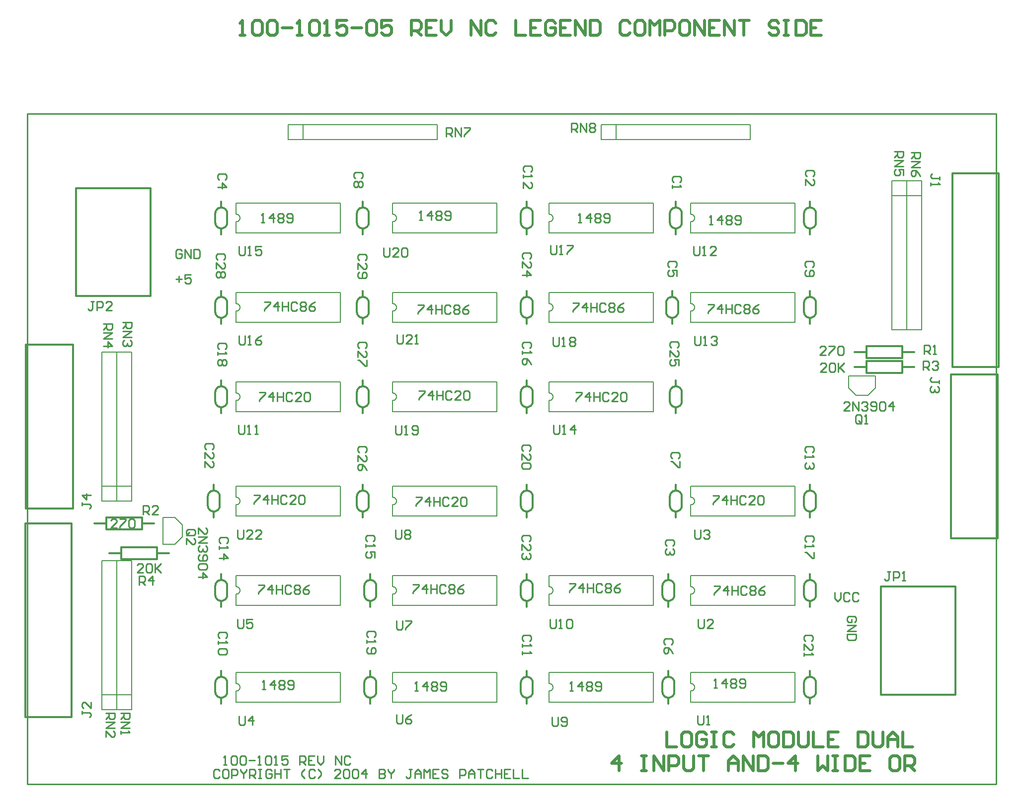
<source format=gto>
*%FSLAX23Y23*%
*%MOIN*%
G01*
%ADD11C,0.007*%
%ADD12C,0.008*%
%ADD13C,0.010*%
%ADD14C,0.012*%
%ADD15C,0.020*%
%ADD16C,0.032*%
%ADD17C,0.036*%
%ADD18C,0.050*%
%ADD19C,0.052*%
%ADD20C,0.055*%
%ADD21C,0.056*%
%ADD22C,0.061*%
%ADD23C,0.062*%
%ADD24C,0.068*%
%ADD25C,0.070*%
%ADD26C,0.090*%
%ADD27C,0.125*%
%ADD28C,0.131*%
%ADD29C,0.140*%
%ADD30C,0.160*%
%ADD31C,0.250*%
%ADD32R,0.062X0.062*%
%ADD33R,0.068X0.068*%
D12*
X12336Y8528D02*
Y9528D01*
X12436D02*
Y8528D01*
X12336D01*
Y9528D02*
X12436D01*
Y9428D02*
X12336D01*
X12436Y9528D02*
Y8528D01*
X12536D02*
Y9528D01*
Y8528D02*
X12436D01*
Y9528D02*
X12536D01*
Y9428D02*
X12436D01*
X12046Y8138D02*
X12096Y8088D01*
X12176D02*
X12226Y8138D01*
X12046D02*
Y8218D01*
X12226D02*
Y8138D01*
X12176Y8088D02*
X12096D01*
X12046Y8218D02*
X12226D01*
X11386Y9803D02*
Y9903D01*
X10386D02*
Y9803D01*
X10486D02*
Y9903D01*
X10386Y9803D02*
X11386D01*
Y9903D02*
X10386D01*
X10986Y9303D02*
X10989Y9303D01*
X10992Y9302D01*
X10996Y9301D01*
X10998Y9300D01*
X11001Y9298D01*
X11004Y9296D01*
X11006Y9293D01*
X11008Y9290D01*
X11009Y9288D01*
X11010Y9284D01*
X11011Y9281D01*
X11011Y9278D01*
X11011Y9275D01*
X11010Y9272D01*
X11009Y9268D01*
X11008Y9266D01*
X11006Y9263D01*
X11004Y9260D01*
X11001Y9258D01*
X10998Y9256D01*
X10996Y9255D01*
X10992Y9254D01*
X10989Y9253D01*
X10986Y9253D01*
Y9178D01*
Y9303D02*
Y9378D01*
X11686D02*
Y9178D01*
Y9378D02*
X10986D01*
Y9178D02*
X11686D01*
X10986Y8703D02*
X10989Y8703D01*
X10992Y8702D01*
X10996Y8701D01*
X10998Y8700D01*
X11001Y8698D01*
X11004Y8696D01*
X11006Y8693D01*
X11008Y8690D01*
X11009Y8688D01*
X11010Y8684D01*
X11011Y8681D01*
X11011Y8678D01*
X11011Y8675D01*
X11010Y8672D01*
X11009Y8668D01*
X11008Y8666D01*
X11006Y8663D01*
X11004Y8660D01*
X11001Y8658D01*
X10998Y8656D01*
X10996Y8655D01*
X10992Y8654D01*
X10989Y8653D01*
X10986Y8653D01*
Y8578D01*
Y8703D02*
Y8778D01*
X11686D02*
Y8578D01*
Y8778D02*
X10986D01*
Y8578D02*
X11686D01*
X10986Y7403D02*
X10989Y7403D01*
X10992Y7402D01*
X10996Y7401D01*
X10998Y7400D01*
X11001Y7398D01*
X11004Y7396D01*
X11006Y7393D01*
X11008Y7390D01*
X11009Y7388D01*
X11010Y7384D01*
X11011Y7381D01*
X11011Y7378D01*
X11011Y7375D01*
X11010Y7372D01*
X11009Y7368D01*
X11008Y7366D01*
X11006Y7363D01*
X11004Y7360D01*
X11001Y7358D01*
X10998Y7356D01*
X10996Y7355D01*
X10992Y7354D01*
X10989Y7353D01*
X10986Y7353D01*
Y7278D01*
Y7403D02*
Y7478D01*
X11686D02*
Y7278D01*
Y7478D02*
X10986D01*
Y7278D02*
X11686D01*
X10986Y6803D02*
X10989Y6803D01*
X10992Y6802D01*
X10996Y6801D01*
X10998Y6800D01*
X11001Y6798D01*
X11004Y6796D01*
X11006Y6793D01*
X11008Y6790D01*
X11009Y6788D01*
X11010Y6784D01*
X11011Y6781D01*
X11011Y6778D01*
X11011Y6775D01*
X11010Y6772D01*
X11009Y6768D01*
X11008Y6766D01*
X11006Y6763D01*
X11004Y6760D01*
X11001Y6758D01*
X10998Y6756D01*
X10996Y6755D01*
X10992Y6754D01*
X10989Y6753D01*
X10986Y6753D01*
Y6678D01*
Y6803D02*
Y6878D01*
X11686D02*
Y6678D01*
Y6878D02*
X10986D01*
Y6678D02*
X11686D01*
X10986Y6153D02*
X10989Y6153D01*
X10992Y6152D01*
X10996Y6151D01*
X10998Y6150D01*
X11001Y6148D01*
X11004Y6146D01*
X11006Y6143D01*
X11008Y6140D01*
X11009Y6138D01*
X11010Y6134D01*
X11011Y6131D01*
X11011Y6128D01*
X11011Y6125D01*
X11010Y6122D01*
X11009Y6118D01*
X11008Y6116D01*
X11006Y6113D01*
X11004Y6110D01*
X11001Y6108D01*
X10998Y6106D01*
X10996Y6105D01*
X10992Y6104D01*
X10989Y6103D01*
X10986Y6103D01*
X11686Y6028D02*
Y6228D01*
X10986D02*
Y6153D01*
Y6103D02*
Y6028D01*
X11686D01*
Y6228D02*
X10986D01*
X10036Y9253D02*
X10039Y9253D01*
X10042Y9254D01*
X10046Y9255D01*
X10048Y9256D01*
X10051Y9258D01*
X10054Y9260D01*
X10056Y9263D01*
X10058Y9266D01*
X10059Y9268D01*
X10060Y9272D01*
X10061Y9275D01*
X10061Y9278D01*
X10061Y9281D01*
X10060Y9284D01*
X10059Y9288D01*
X10058Y9290D01*
X10056Y9293D01*
X10054Y9296D01*
X10051Y9298D01*
X10048Y9300D01*
X10046Y9301D01*
X10042Y9302D01*
X10039Y9303D01*
X10036Y9303D01*
Y9253D02*
Y9178D01*
Y9303D02*
Y9378D01*
X10736D02*
Y9178D01*
Y9378D02*
X10036D01*
Y9178D02*
X10736D01*
X10036Y8703D02*
X10039Y8703D01*
X10042Y8702D01*
X10046Y8701D01*
X10048Y8700D01*
X10051Y8698D01*
X10054Y8696D01*
X10056Y8693D01*
X10058Y8690D01*
X10059Y8688D01*
X10060Y8684D01*
X10061Y8681D01*
X10061Y8678D01*
X10061Y8675D01*
X10060Y8672D01*
X10059Y8668D01*
X10058Y8666D01*
X10056Y8663D01*
X10054Y8660D01*
X10051Y8658D01*
X10048Y8656D01*
X10046Y8655D01*
X10042Y8654D01*
X10039Y8653D01*
X10036Y8653D01*
Y8578D01*
Y8703D02*
Y8778D01*
X10736D02*
Y8578D01*
Y8778D02*
X10036D01*
Y8578D02*
X10736D01*
X8986Y9253D02*
X8989Y9253D01*
X8992Y9254D01*
X8996Y9255D01*
X8998Y9256D01*
X9001Y9258D01*
X9004Y9260D01*
X9006Y9263D01*
X9008Y9266D01*
X9009Y9268D01*
X9010Y9272D01*
X9011Y9275D01*
X9011Y9278D01*
X9011Y9281D01*
X9010Y9284D01*
X9009Y9288D01*
X9008Y9290D01*
X9006Y9293D01*
X9004Y9296D01*
X9001Y9298D01*
X8998Y9300D01*
X8996Y9301D01*
X8992Y9302D01*
X8989Y9303D01*
X8986Y9303D01*
Y9253D02*
Y9178D01*
Y9303D02*
Y9378D01*
X9686D02*
Y9178D01*
Y9378D02*
X8986D01*
Y9178D02*
X9686D01*
X8986Y8703D02*
X8989Y8703D01*
X8992Y8702D01*
X8996Y8701D01*
X8998Y8700D01*
X9001Y8698D01*
X9004Y8696D01*
X9006Y8693D01*
X9008Y8690D01*
X9009Y8688D01*
X9010Y8684D01*
X9011Y8681D01*
X9011Y8678D01*
X9011Y8675D01*
X9010Y8672D01*
X9009Y8668D01*
X9008Y8666D01*
X9006Y8663D01*
X9004Y8660D01*
X9001Y8658D01*
X8998Y8656D01*
X8996Y8655D01*
X8992Y8654D01*
X8989Y8653D01*
X8986Y8653D01*
Y8578D01*
Y8703D02*
Y8778D01*
X9686D02*
Y8578D01*
Y8778D02*
X8986D01*
Y8578D02*
X9686D01*
X10036Y8103D02*
X10039Y8103D01*
X10042Y8102D01*
X10046Y8101D01*
X10048Y8100D01*
X10051Y8098D01*
X10054Y8096D01*
X10056Y8093D01*
X10058Y8090D01*
X10059Y8088D01*
X10060Y8084D01*
X10061Y8081D01*
X10061Y8078D01*
X10061Y8075D01*
X10060Y8072D01*
X10059Y8068D01*
X10058Y8066D01*
X10056Y8063D01*
X10054Y8060D01*
X10051Y8058D01*
X10048Y8056D01*
X10046Y8055D01*
X10042Y8054D01*
X10039Y8053D01*
X10036Y8053D01*
Y7978D01*
Y8103D02*
Y8178D01*
X10736D02*
Y7978D01*
Y8178D02*
X10036D01*
Y7978D02*
X10736D01*
X8986Y8053D02*
X8989Y8053D01*
X8992Y8054D01*
X8996Y8055D01*
X8998Y8056D01*
X9001Y8058D01*
X9004Y8060D01*
X9006Y8063D01*
X9008Y8066D01*
X9009Y8068D01*
X9010Y8072D01*
X9011Y8075D01*
X9011Y8078D01*
X9011Y8081D01*
X9010Y8084D01*
X9009Y8088D01*
X9008Y8090D01*
X9006Y8093D01*
X9004Y8096D01*
X9001Y8098D01*
X8998Y8100D01*
X8996Y8101D01*
X8992Y8102D01*
X8989Y8103D01*
X8986Y8103D01*
Y8053D02*
Y7978D01*
Y8103D02*
Y8178D01*
X9686D02*
Y7978D01*
Y8178D02*
X8986D01*
Y7978D02*
X9686D01*
X8986Y6803D02*
X8989Y6803D01*
X8992Y6802D01*
X8996Y6801D01*
X8998Y6800D01*
X9001Y6798D01*
X9004Y6796D01*
X9006Y6793D01*
X9008Y6790D01*
X9009Y6788D01*
X9010Y6784D01*
X9011Y6781D01*
X9011Y6778D01*
X9011Y6775D01*
X9010Y6772D01*
X9009Y6768D01*
X9008Y6766D01*
X9006Y6763D01*
X9004Y6760D01*
X9001Y6758D01*
X8998Y6756D01*
X8996Y6755D01*
X8992Y6754D01*
X8989Y6753D01*
X8986Y6753D01*
Y6678D01*
Y6803D02*
Y6878D01*
X9686D02*
Y6678D01*
Y6878D02*
X8986D01*
Y6678D02*
X9686D01*
X8986Y7353D02*
X8989Y7353D01*
X8992Y7354D01*
X8996Y7355D01*
X8998Y7356D01*
X9001Y7358D01*
X9004Y7360D01*
X9006Y7363D01*
X9008Y7366D01*
X9009Y7368D01*
X9010Y7372D01*
X9011Y7375D01*
X9011Y7378D01*
X9011Y7381D01*
X9010Y7384D01*
X9009Y7388D01*
X9008Y7390D01*
X9006Y7393D01*
X9004Y7396D01*
X9001Y7398D01*
X8998Y7400D01*
X8996Y7401D01*
X8992Y7402D01*
X8989Y7403D01*
X8986Y7403D01*
Y7353D02*
Y7278D01*
Y7403D02*
Y7478D01*
X9686D02*
Y7278D01*
Y7478D02*
X8986D01*
Y7278D02*
X9686D01*
X10036Y6803D02*
X10039Y6803D01*
X10042Y6802D01*
X10046Y6801D01*
X10048Y6800D01*
X10051Y6798D01*
X10054Y6796D01*
X10056Y6793D01*
X10058Y6790D01*
X10059Y6788D01*
X10060Y6784D01*
X10061Y6781D01*
X10061Y6778D01*
X10061Y6775D01*
X10060Y6772D01*
X10059Y6768D01*
X10058Y6766D01*
X10056Y6763D01*
X10054Y6760D01*
X10051Y6758D01*
X10048Y6756D01*
X10046Y6755D01*
X10042Y6754D01*
X10039Y6753D01*
X10036Y6753D01*
Y6678D01*
Y6803D02*
Y6878D01*
X10736D02*
Y6678D01*
Y6878D02*
X10036D01*
Y6678D02*
X10736D01*
X8986Y6153D02*
X8989Y6153D01*
X8992Y6152D01*
X8996Y6151D01*
X8998Y6150D01*
X9001Y6148D01*
X9004Y6146D01*
X9006Y6143D01*
X9008Y6140D01*
X9009Y6138D01*
X9010Y6134D01*
X9011Y6131D01*
X9011Y6128D01*
X9011Y6125D01*
X9010Y6122D01*
X9009Y6118D01*
X9008Y6116D01*
X9006Y6113D01*
X9004Y6110D01*
X9001Y6108D01*
X8998Y6106D01*
X8996Y6105D01*
X8992Y6104D01*
X8989Y6103D01*
X8986Y6103D01*
Y6028D01*
Y6153D02*
Y6228D01*
X9686D02*
Y6028D01*
Y6228D02*
X8986D01*
Y6028D02*
X9686D01*
X10036Y6103D02*
X10039Y6103D01*
X10042Y6104D01*
X10046Y6105D01*
X10048Y6106D01*
X10051Y6108D01*
X10054Y6110D01*
X10056Y6113D01*
X10058Y6116D01*
X10059Y6118D01*
X10060Y6122D01*
X10061Y6125D01*
X10061Y6128D01*
X10061Y6131D01*
X10060Y6134D01*
X10059Y6138D01*
X10058Y6140D01*
X10056Y6143D01*
X10054Y6146D01*
X10051Y6148D01*
X10048Y6150D01*
X10046Y6151D01*
X10042Y6152D01*
X10039Y6153D01*
X10036Y6153D01*
Y6103D02*
Y6028D01*
Y6153D02*
Y6228D01*
X10736D02*
Y6028D01*
Y6228D02*
X10036D01*
Y6028D02*
X10736D01*
X9286Y9803D02*
Y9903D01*
X8286D02*
Y9803D01*
X8386D02*
Y9903D01*
X8286Y9803D02*
X9286D01*
Y9903D02*
X8286D01*
X7936Y8103D02*
X7939Y8103D01*
X7942Y8102D01*
X7946Y8101D01*
X7948Y8100D01*
X7951Y8098D01*
X7954Y8096D01*
X7956Y8093D01*
X7958Y8090D01*
X7959Y8088D01*
X7960Y8084D01*
X7961Y8081D01*
X7961Y8078D01*
X7961Y8075D01*
X7960Y8072D01*
X7959Y8068D01*
X7958Y8066D01*
X7956Y8063D01*
X7954Y8060D01*
X7951Y8058D01*
X7948Y8056D01*
X7946Y8055D01*
X7942Y8054D01*
X7939Y8053D01*
X7936Y8053D01*
Y7978D01*
Y8103D02*
Y8178D01*
X8636D02*
Y7978D01*
Y8178D02*
X7936D01*
Y7978D02*
X8636D01*
X7936Y8653D02*
X7939Y8653D01*
X7942Y8654D01*
X7946Y8655D01*
X7948Y8656D01*
X7951Y8658D01*
X7954Y8660D01*
X7956Y8663D01*
X7958Y8666D01*
X7959Y8668D01*
X7960Y8672D01*
X7961Y8675D01*
X7961Y8678D01*
X7961Y8681D01*
X7960Y8684D01*
X7959Y8688D01*
X7958Y8690D01*
X7956Y8693D01*
X7954Y8696D01*
X7951Y8698D01*
X7948Y8700D01*
X7946Y8701D01*
X7942Y8702D01*
X7939Y8703D01*
X7936Y8703D01*
Y8653D02*
Y8578D01*
Y8703D02*
Y8778D01*
X8636D02*
Y8578D01*
Y8778D02*
X7936D01*
Y8578D02*
X8636D01*
X7936Y9253D02*
X7939Y9253D01*
X7942Y9254D01*
X7946Y9255D01*
X7948Y9256D01*
X7951Y9258D01*
X7954Y9260D01*
X7956Y9263D01*
X7958Y9266D01*
X7959Y9268D01*
X7960Y9272D01*
X7961Y9275D01*
X7961Y9278D01*
X7961Y9281D01*
X7960Y9284D01*
X7959Y9288D01*
X7958Y9290D01*
X7956Y9293D01*
X7954Y9296D01*
X7951Y9298D01*
X7948Y9300D01*
X7946Y9301D01*
X7942Y9302D01*
X7939Y9303D01*
X7936Y9303D01*
Y9253D02*
Y9178D01*
Y9303D02*
Y9378D01*
X8636D02*
Y9178D01*
Y9378D02*
X7936D01*
Y9178D02*
X8636D01*
X7236Y8378D02*
Y7378D01*
X7136D02*
Y8378D01*
X7236D01*
Y7378D02*
X7136D01*
Y7478D02*
X7236D01*
X7936Y6803D02*
X7939Y6803D01*
X7942Y6802D01*
X7946Y6801D01*
X7948Y6800D01*
X7951Y6798D01*
X7954Y6796D01*
X7956Y6793D01*
X7958Y6790D01*
X7959Y6788D01*
X7960Y6784D01*
X7961Y6781D01*
X7961Y6778D01*
X7961Y6775D01*
X7960Y6772D01*
X7959Y6768D01*
X7958Y6766D01*
X7956Y6763D01*
X7954Y6760D01*
X7951Y6758D01*
X7948Y6756D01*
X7946Y6755D01*
X7942Y6754D01*
X7939Y6753D01*
X7936Y6753D01*
Y6678D01*
Y6803D02*
Y6878D01*
X8636D02*
Y6678D01*
Y6878D02*
X7936D01*
Y6678D02*
X8636D01*
X7936Y7353D02*
X7939Y7353D01*
X7942Y7354D01*
X7946Y7355D01*
X7948Y7356D01*
X7951Y7358D01*
X7954Y7360D01*
X7956Y7363D01*
X7958Y7366D01*
X7959Y7368D01*
X7960Y7372D01*
X7961Y7375D01*
X7961Y7378D01*
X7961Y7381D01*
X7960Y7384D01*
X7959Y7388D01*
X7958Y7390D01*
X7956Y7393D01*
X7954Y7396D01*
X7951Y7398D01*
X7948Y7400D01*
X7946Y7401D01*
X7942Y7402D01*
X7939Y7403D01*
X7936Y7403D01*
X8636Y7478D02*
Y7278D01*
X7936Y7403D02*
Y7478D01*
Y7353D02*
Y7278D01*
X8636D01*
Y7478D02*
X7936D01*
X7576Y7218D02*
X7526Y7268D01*
X7576Y7138D02*
X7526Y7088D01*
X7576Y7138D02*
Y7218D01*
X7446Y7268D02*
Y7088D01*
X7526D01*
Y7268D02*
X7446D01*
X7236Y6978D02*
Y5978D01*
X7136D02*
Y6978D01*
X7236D01*
Y5978D02*
X7136D01*
Y6078D02*
X7236D01*
X7936Y6103D02*
X7939Y6103D01*
X7942Y6104D01*
X7946Y6105D01*
X7948Y6106D01*
X7951Y6108D01*
X7954Y6110D01*
X7956Y6113D01*
X7958Y6116D01*
X7959Y6118D01*
X7960Y6122D01*
X7961Y6125D01*
X7961Y6128D01*
X7961Y6131D01*
X7960Y6134D01*
X7959Y6138D01*
X7958Y6140D01*
X7956Y6143D01*
X7954Y6146D01*
X7951Y6148D01*
X7948Y6150D01*
X7946Y6151D01*
X7942Y6152D01*
X7939Y6153D01*
X7936Y6153D01*
Y6103D02*
Y6028D01*
Y6153D02*
Y6228D01*
X8636D02*
Y6028D01*
Y6228D02*
X7936D01*
Y6028D02*
X8636D01*
X7136Y7378D02*
Y8378D01*
X7036D02*
Y7378D01*
Y8378D02*
X7136D01*
Y7378D02*
X7036D01*
Y7478D02*
X7136D01*
Y6978D02*
Y5978D01*
X7036D02*
Y6978D01*
X7136D01*
Y5978D02*
X7036D01*
Y6078D02*
X7136D01*
D13*
X7531Y8868D02*
X7571D01*
X7551Y8888D02*
Y8848D01*
X7591Y8898D02*
X7631D01*
X7591D02*
Y8868D01*
X7611Y8878D01*
X7621D01*
X7631Y8868D01*
Y8848D01*
X7621Y8838D01*
X7601D01*
X7591Y8848D01*
X7571Y9058D02*
X7561Y9068D01*
X7541D01*
X7531Y9058D01*
Y9018D01*
X7541Y9008D01*
X7561D01*
X7571Y9018D01*
Y9038D01*
X7551D01*
X7591Y9008D02*
Y9068D01*
X7631Y9008D01*
Y9068D01*
X7651D02*
Y9008D01*
X7681D01*
X7691Y9018D01*
Y9058D01*
X7681Y9068D01*
X7651D01*
X12086Y6563D02*
X12096Y6573D01*
Y6593D01*
X12086Y6603D01*
X12046D01*
X12036Y6593D01*
Y6573D01*
X12046Y6563D01*
X12066D01*
Y6583D01*
X12036Y6543D02*
X12096D01*
X12036Y6503D01*
X12096D01*
Y6483D02*
X12036D01*
Y6453D01*
X12046Y6443D01*
X12086D01*
X12096Y6453D01*
Y6483D01*
X11951Y6723D02*
Y6763D01*
Y6723D02*
X11971Y6703D01*
X11991Y6723D01*
Y6763D01*
X12041D02*
X12051Y6753D01*
X12041Y6763D02*
X12021D01*
X12011Y6753D01*
Y6713D01*
X12021Y6703D01*
X12041D01*
X12051Y6713D01*
X12101Y6763D02*
X12111Y6753D01*
X12101Y6763D02*
X12081D01*
X12071Y6753D01*
Y6713D01*
X12081Y6703D01*
X12101D01*
X12111Y6713D01*
X7871Y5608D02*
X7851D01*
X7861D02*
X7871D01*
X7861D02*
Y5668D01*
X7862D01*
X7861D02*
X7851Y5658D01*
X7901D02*
X7911Y5668D01*
X7931D01*
X7941Y5658D01*
Y5618D01*
X7931Y5608D01*
X7911D01*
X7901Y5618D01*
Y5658D01*
X7961D02*
X7971Y5668D01*
X7991D01*
X8001Y5658D01*
Y5618D01*
X7991Y5608D01*
X7971D01*
X7961Y5618D01*
Y5658D01*
X8021Y5638D02*
X8061D01*
X8081Y5608D02*
X8101D01*
X8091D01*
Y5668D01*
X8092D01*
X8091D02*
X8081Y5658D01*
X8131D02*
X8141Y5668D01*
X8161D01*
X8171Y5658D01*
Y5618D01*
X8161Y5608D01*
X8141D01*
X8131Y5618D01*
Y5658D01*
X8191Y5608D02*
X8211D01*
X8201D01*
Y5668D01*
X8202D01*
X8201D02*
X8191Y5658D01*
X8241Y5668D02*
X8281D01*
X8241D02*
Y5638D01*
X8261Y5648D01*
X8271D01*
X8281Y5638D01*
Y5618D01*
X8271Y5608D01*
X8251D01*
X8241Y5618D01*
X8361Y5608D02*
Y5668D01*
X8391D01*
X8401Y5658D01*
Y5638D01*
X8391Y5628D01*
X8361D01*
X8381D02*
X8401Y5608D01*
X8421Y5668D02*
X8461D01*
X8421D02*
Y5608D01*
X8461D01*
X8441Y5638D02*
X8421D01*
X8481Y5628D02*
Y5668D01*
Y5628D02*
X8501Y5608D01*
X8521Y5628D01*
Y5668D01*
X8601D02*
Y5608D01*
X8641D02*
X8601Y5668D01*
X8641D02*
Y5608D01*
X8701Y5658D02*
X8691Y5668D01*
X8671D01*
X8661Y5658D01*
Y5618D01*
X8671Y5608D01*
X8691D01*
X8701Y5618D01*
X7826Y5568D02*
X7816Y5578D01*
X7796D01*
X7786Y5568D01*
Y5528D01*
X7796Y5518D01*
X7816D01*
X7826Y5528D01*
X7856Y5578D02*
X7876D01*
X7856D02*
X7846Y5568D01*
Y5528D01*
X7856Y5518D01*
X7876D01*
X7886Y5528D01*
Y5568D01*
X7876Y5578D01*
X7906D02*
Y5518D01*
Y5578D02*
X7936D01*
X7946Y5568D01*
Y5548D01*
X7936Y5538D01*
X7906D01*
X7966Y5568D02*
Y5578D01*
Y5568D02*
X7986Y5548D01*
X8006Y5568D01*
Y5578D01*
X7986Y5548D02*
Y5518D01*
X8026D02*
Y5578D01*
X8056D01*
X8066Y5568D01*
Y5548D01*
X8056Y5538D01*
X8026D01*
X8046D02*
X8066Y5518D01*
X8086Y5578D02*
X8106D01*
X8096D01*
Y5518D01*
X8086D01*
X8106D01*
X8166Y5578D02*
X8176Y5568D01*
X8166Y5578D02*
X8146D01*
X8136Y5568D01*
Y5528D01*
X8146Y5518D01*
X8166D01*
X8176Y5528D01*
Y5548D01*
X8156D01*
X8196Y5578D02*
Y5518D01*
Y5548D01*
X8236D01*
Y5578D01*
Y5518D01*
X8256Y5578D02*
X8296D01*
X8276D01*
Y5518D01*
X8376Y5538D02*
X8396Y5518D01*
X8376Y5538D02*
Y5558D01*
X8396Y5578D01*
X8456D02*
X8466Y5568D01*
X8456Y5578D02*
X8436D01*
X8426Y5568D01*
Y5528D01*
X8436Y5518D01*
X8456D01*
X8466Y5528D01*
X8486Y5518D02*
X8506Y5538D01*
Y5558D01*
X8486Y5578D01*
X8596Y5518D02*
X8636D01*
X8596D02*
X8636Y5558D01*
Y5568D01*
X8626Y5578D01*
X8606D01*
X8596Y5568D01*
X8656D02*
X8666Y5578D01*
X8686D01*
X8696Y5568D01*
Y5528D01*
X8686Y5518D01*
X8666D01*
X8656Y5528D01*
Y5568D01*
X8716D02*
X8726Y5578D01*
X8746D01*
X8756Y5568D01*
Y5528D01*
X8746Y5518D01*
X8726D01*
X8716Y5528D01*
Y5568D01*
X8806Y5578D02*
Y5518D01*
X8776Y5548D02*
X8806Y5578D01*
X8816Y5548D02*
X8776D01*
X8896Y5578D02*
Y5518D01*
X8926D01*
X8936Y5528D01*
Y5538D01*
X8926Y5548D01*
X8896D01*
X8897D01*
X8896D02*
X8897D01*
X8896D02*
X8897D01*
X8896D02*
X8926D01*
X8936Y5558D01*
Y5568D01*
X8926Y5578D01*
X8896D01*
X8956D02*
Y5568D01*
X8976Y5548D01*
X8996Y5568D01*
Y5578D01*
X8976Y5548D02*
Y5518D01*
X9096Y5578D02*
X9116D01*
X9106D02*
X9096D01*
X9106D02*
Y5528D01*
X9096Y5518D01*
X9086D01*
X9076Y5528D01*
X9136Y5518D02*
Y5558D01*
X9156Y5578D01*
X9176Y5558D01*
Y5518D01*
Y5548D01*
X9136D01*
X9196Y5518D02*
Y5578D01*
X9216Y5558D01*
X9236Y5578D01*
Y5518D01*
X9256Y5578D02*
X9296D01*
X9256D02*
Y5518D01*
X9296D01*
X9276Y5548D02*
X9256D01*
X9345Y5578D02*
X9355Y5568D01*
X9345Y5578D02*
X9326D01*
X9316Y5568D01*
Y5558D01*
X9326Y5548D01*
X9345D01*
X9355Y5538D01*
Y5528D01*
X9345Y5518D01*
X9326D01*
X9316Y5528D01*
X9435Y5518D02*
Y5578D01*
X9465D01*
X9475Y5568D01*
Y5548D01*
X9465Y5538D01*
X9435D01*
X9495Y5518D02*
Y5558D01*
X9515Y5578D01*
X9535Y5558D01*
Y5518D01*
Y5548D01*
X9495D01*
X9555Y5578D02*
X9595D01*
X9575D01*
Y5518D01*
X9645Y5578D02*
X9655Y5568D01*
X9645Y5578D02*
X9625D01*
X9615Y5568D01*
Y5528D01*
X9625Y5518D01*
X9645D01*
X9655Y5528D01*
X9675Y5518D02*
Y5578D01*
Y5548D02*
Y5518D01*
Y5548D02*
X9715D01*
Y5578D01*
Y5518D01*
X9735Y5578D02*
X9775D01*
X9735D02*
Y5518D01*
X9775D01*
X9755Y5548D02*
X9735D01*
X9795Y5578D02*
Y5518D01*
X9835D01*
X9855D02*
Y5578D01*
Y5518D02*
X9895D01*
X12351Y9723D02*
X12411D01*
Y9693D01*
X12401Y9683D01*
X12381D01*
X12371Y9693D01*
Y9723D01*
Y9703D02*
X12351Y9683D01*
Y9663D02*
X12411D01*
X12351Y9623D01*
X12411D01*
Y9603D02*
Y9563D01*
Y9603D02*
X12381D01*
X12391Y9583D01*
Y9573D01*
X12381Y9563D01*
X12361D01*
X12351Y9573D01*
Y9593D01*
X12361Y9603D01*
X12466Y9718D02*
X12526D01*
Y9688D01*
X12516Y9678D01*
X12496D01*
X12486Y9688D01*
Y9718D01*
Y9698D02*
X12466Y9678D01*
Y9658D02*
X12526D01*
X12466Y9618D01*
X12526D01*
X12516Y9578D02*
X12526Y9558D01*
X12516Y9578D02*
X12496Y9598D01*
X12476D01*
X12466Y9588D01*
Y9568D01*
X12476Y9558D01*
X12486D01*
X12496Y9568D01*
Y9598D01*
X11816Y9568D02*
X11806Y9558D01*
X11816Y9568D02*
Y9588D01*
X11806Y9598D01*
X11766D01*
X11756Y9588D01*
Y9568D01*
X11766Y9558D01*
X11756Y9538D02*
Y9498D01*
Y9538D02*
X11796Y9498D01*
X11806D01*
X11816Y9508D01*
Y9528D01*
X11806Y9538D01*
X12656Y9533D02*
Y9553D01*
Y9543D01*
X12606D01*
X12596Y9553D01*
Y9563D01*
X12606Y9573D01*
X12596Y9513D02*
Y9493D01*
Y9503D01*
X12656D01*
X12657D01*
X12656D02*
X12646Y9513D01*
X11891Y8358D02*
X11851D01*
X11891Y8398D01*
Y8408D01*
X11881Y8418D01*
X11861D01*
X11851Y8408D01*
X11911Y8418D02*
X11951D01*
Y8408D01*
X11911Y8368D01*
Y8358D01*
X11971Y8408D02*
X11981Y8418D01*
X12001D01*
X12011Y8408D01*
Y8368D01*
X12001Y8358D01*
X11981D01*
X11971Y8368D01*
Y8408D01*
X12551Y8423D02*
Y8363D01*
Y8423D02*
X12581D01*
X12591Y8413D01*
Y8393D01*
X12581Y8383D01*
X12551D01*
X12571D02*
X12591Y8363D01*
X12611D02*
X12631D01*
X12621D01*
Y8423D01*
X12622D01*
X12621D02*
X12611Y8413D01*
X11896Y8243D02*
X11856D01*
X11896Y8283D01*
Y8293D01*
X11886Y8303D01*
X11866D01*
X11856Y8293D01*
X11916D02*
X11926Y8303D01*
X11946D01*
X11956Y8293D01*
Y8253D01*
X11946Y8243D01*
X11926D01*
X11916Y8253D01*
Y8293D01*
X11976Y8303D02*
Y8243D01*
Y8263D01*
X12016Y8303D01*
X11986Y8273D01*
X12016Y8243D01*
X12546Y8258D02*
Y8318D01*
X12576D01*
X12586Y8308D01*
Y8288D01*
X12576Y8278D01*
X12546D01*
X12566D02*
X12586Y8258D01*
X12606Y8308D02*
X12616Y8318D01*
X12636D01*
X12646Y8308D01*
Y8298D01*
X12647D01*
X12646D02*
X12647D01*
X12646D02*
X12647D01*
X12646D02*
X12636Y8288D01*
X12626D01*
X12636D01*
X12646Y8278D01*
Y8268D01*
X12636Y8258D01*
X12616D01*
X12606Y8268D01*
X12051Y7983D02*
X12011D01*
X12051Y8023D01*
Y8033D01*
X12041Y8043D01*
X12021D01*
X12011Y8033D01*
X12071Y8043D02*
Y7983D01*
X12111D02*
X12071Y8043D01*
X12111D02*
Y7983D01*
X12131Y8033D02*
X12141Y8043D01*
X12161D01*
X12171Y8033D01*
Y8023D01*
X12172D01*
X12171D02*
X12172D01*
X12171D02*
X12172D01*
X12171D02*
X12161Y8013D01*
X12151D01*
X12161D01*
X12171Y8003D01*
Y7993D01*
X12161Y7983D01*
X12141D01*
X12131Y7993D01*
X12191D02*
X12201Y7983D01*
X12221D01*
X12231Y7993D01*
Y8033D01*
X12221Y8043D01*
X12201D01*
X12191Y8033D01*
Y8023D01*
X12201Y8013D01*
X12231D01*
X12251Y8033D02*
X12261Y8043D01*
X12281D01*
X12291Y8033D01*
Y7993D01*
X12281Y7983D01*
X12261D01*
X12251Y7993D01*
Y8033D01*
X12341Y8043D02*
Y7983D01*
X12311Y8013D02*
X12341Y8043D01*
X12351Y8013D02*
X12311D01*
X12131Y7948D02*
Y7908D01*
Y7948D02*
X12121Y7958D01*
X12101D01*
X12091Y7948D01*
Y7908D01*
X12101Y7898D01*
X12121D01*
X12131D02*
X12111Y7918D01*
X12121Y7898D02*
X12131Y7908D01*
X12151Y7898D02*
X12171D01*
X12161D01*
Y7958D01*
X12162D01*
X12161D02*
X12151Y7948D01*
X11801Y8948D02*
X11811Y8958D01*
Y8978D01*
X11801Y8988D01*
X11761D01*
X11751Y8978D01*
Y8958D01*
X11761Y8948D01*
Y8928D02*
X11751Y8918D01*
Y8898D01*
X11761Y8888D01*
X11801D01*
X11811Y8898D01*
Y8918D01*
X11801Y8928D01*
X11791D01*
X11781Y8918D01*
Y8888D01*
X12651Y8188D02*
Y8168D01*
Y8178D02*
Y8188D01*
Y8178D02*
X12601D01*
X12591Y8188D01*
Y8198D01*
X12601Y8208D01*
X12641Y8148D02*
X12651Y8138D01*
Y8118D01*
X12641Y8108D01*
X12631D01*
X12632D01*
X12631D02*
X12632D01*
X12631D02*
X12632D01*
X12631D02*
X12621Y8118D01*
Y8128D01*
Y8118D01*
X12611Y8108D01*
X12601D01*
X12591Y8118D01*
Y8138D01*
X12601Y8148D01*
X12326Y6903D02*
X12306D01*
X12316D01*
Y6853D01*
X12306Y6843D01*
X12296D01*
X12286Y6853D01*
X12346Y6843D02*
Y6903D01*
X12376D01*
X12386Y6893D01*
Y6873D01*
X12376Y6863D01*
X12346D01*
X12406Y6843D02*
X12426D01*
X12416D01*
Y6903D01*
X12417D01*
X12416D02*
X12406Y6893D01*
X11801Y7703D02*
X11811Y7713D01*
Y7733D01*
X11801Y7743D01*
X11761D01*
X11751Y7733D01*
Y7713D01*
X11761Y7703D01*
X11751Y7683D02*
Y7663D01*
Y7673D01*
X11811D01*
X11812D01*
X11811D02*
X11801Y7683D01*
Y7633D02*
X11811Y7623D01*
Y7603D01*
X11801Y7593D01*
X11791D01*
X11792D01*
X11791D02*
X11792D01*
X11791D02*
X11792D01*
X11791D02*
X11781Y7603D01*
Y7613D01*
Y7603D01*
X11771Y7593D01*
X11761D01*
X11751Y7603D01*
Y7623D01*
X11761Y7633D01*
X11811Y7113D02*
X11801Y7103D01*
X11811Y7113D02*
Y7133D01*
X11801Y7143D01*
X11761D01*
X11751Y7133D01*
Y7113D01*
X11761Y7103D01*
X11751Y7083D02*
Y7063D01*
Y7073D01*
X11811D01*
X11812D01*
X11811D02*
X11801Y7083D01*
X11811Y7033D02*
Y6993D01*
X11801D01*
X11761Y7033D01*
X11751D01*
X11806Y6448D02*
X11796Y6438D01*
X11806Y6448D02*
Y6468D01*
X11796Y6478D01*
X11756D01*
X11746Y6468D01*
Y6448D01*
X11756Y6438D01*
X11746Y6418D02*
Y6378D01*
Y6418D02*
X11786Y6378D01*
X11796D01*
X11806Y6388D01*
Y6408D01*
X11796Y6418D01*
X11746Y6358D02*
Y6338D01*
Y6348D01*
X11806D01*
X11807D01*
X11806D02*
X11796Y6358D01*
X10911Y9518D02*
X10921Y9528D01*
Y9548D01*
X10911Y9558D01*
X10871D01*
X10861Y9548D01*
Y9528D01*
X10871Y9518D01*
X10861Y9498D02*
Y9478D01*
Y9488D01*
X10921D01*
X10922D01*
X10921D02*
X10911Y9498D01*
X10186Y9853D02*
Y9913D01*
X10216D01*
X10226Y9903D01*
Y9883D01*
X10216Y9873D01*
X10186D01*
X10206D02*
X10226Y9853D01*
X10246D02*
Y9913D01*
X10286Y9853D01*
Y9913D01*
X10306Y9903D02*
X10316Y9913D01*
X10336D01*
X10346Y9903D01*
Y9893D01*
X10336Y9883D01*
X10346Y9873D01*
Y9863D01*
X10336Y9853D01*
X10316D01*
X10306Y9863D01*
Y9873D01*
X10316Y9883D01*
X10306Y9893D01*
Y9903D01*
X10316Y9883D02*
X10336D01*
X11111Y9233D02*
X11131D01*
X11121D01*
Y9293D01*
X11122D01*
X11121D02*
X11111Y9283D01*
X11191Y9293D02*
Y9233D01*
X11161Y9263D02*
X11191Y9293D01*
X11201Y9263D02*
X11161D01*
X11221Y9283D02*
X11231Y9293D01*
X11251D01*
X11261Y9283D01*
Y9273D01*
X11251Y9263D01*
X11261Y9253D01*
Y9243D01*
X11251Y9233D01*
X11231D01*
X11221Y9243D01*
Y9253D01*
X11231Y9263D01*
X11221Y9273D01*
Y9283D01*
X11231Y9263D02*
X11251D01*
X11281Y9243D02*
X11291Y9233D01*
X11311D01*
X11321Y9243D01*
Y9283D01*
X11311Y9293D01*
X11291D01*
X11281Y9283D01*
Y9273D01*
X11291Y9263D01*
X11321D01*
X11006Y9088D02*
Y9038D01*
X11016Y9028D01*
X11036D01*
X11046Y9038D01*
Y9088D01*
X11066Y9028D02*
X11086D01*
X11076D01*
Y9088D01*
X11077D01*
X11076D02*
X11066Y9078D01*
X11116Y9028D02*
X11156D01*
X11116D02*
X11156Y9068D01*
Y9078D01*
X11146Y9088D01*
X11126D01*
X11116Y9078D01*
X11101Y8698D02*
X11141D01*
Y8688D01*
X11101Y8648D01*
Y8638D01*
X11191D02*
Y8698D01*
X11161Y8668D01*
X11201D01*
X11221Y8698D02*
Y8638D01*
Y8668D01*
X11261D01*
Y8698D01*
Y8638D01*
X11321Y8688D02*
X11311Y8698D01*
X11291D01*
X11281Y8688D01*
Y8648D01*
X11291Y8638D01*
X11311D01*
X11321Y8648D01*
X11341Y8688D02*
X11351Y8698D01*
X11371D01*
X11381Y8688D01*
Y8678D01*
X11371Y8668D01*
X11381Y8658D01*
Y8648D01*
X11371Y8638D01*
X11351D01*
X11341Y8648D01*
Y8658D01*
X11351Y8668D01*
X11341Y8678D01*
Y8688D01*
X11351Y8668D02*
X11371D01*
X11421Y8688D02*
X11441Y8698D01*
X11421Y8688D02*
X11401Y8668D01*
Y8648D01*
X11411Y8638D01*
X11431D01*
X11441Y8648D01*
Y8658D01*
X11431Y8668D01*
X11401D01*
X11011Y8483D02*
Y8433D01*
X11021Y8423D01*
X11041D01*
X11051Y8433D01*
Y8483D01*
X11071Y8423D02*
X11091D01*
X11081D01*
Y8483D01*
X11082D01*
X11081D02*
X11071Y8473D01*
X11121D02*
X11131Y8483D01*
X11151D01*
X11161Y8473D01*
Y8463D01*
X11162D01*
X11161D02*
X11162D01*
X11161D02*
X11162D01*
X11161D02*
X11151Y8453D01*
X11141D01*
X11151D01*
X11161Y8443D01*
Y8433D01*
X11151Y8423D01*
X11131D01*
X11121Y8433D01*
X10906Y8418D02*
X10896Y8408D01*
X10906Y8418D02*
Y8438D01*
X10896Y8448D01*
X10856D01*
X10846Y8438D01*
Y8418D01*
X10856Y8408D01*
X10846Y8388D02*
Y8348D01*
Y8388D02*
X10886Y8348D01*
X10896D01*
X10906Y8358D01*
Y8378D01*
X10896Y8388D01*
X10906Y8328D02*
Y8288D01*
Y8328D02*
X10876D01*
X10886Y8308D01*
Y8298D01*
X10876Y8288D01*
X10856D01*
X10846Y8298D01*
Y8318D01*
X10856Y8328D01*
X10881Y8948D02*
X10891Y8958D01*
Y8978D01*
X10881Y8988D01*
X10841D01*
X10831Y8978D01*
Y8958D01*
X10841Y8948D01*
X10891Y8928D02*
Y8888D01*
Y8928D02*
X10861D01*
X10871Y8908D01*
Y8898D01*
X10861Y8888D01*
X10841D01*
X10831Y8898D01*
Y8918D01*
X10841Y8928D01*
X11136Y7413D02*
X11176D01*
Y7403D01*
X11136Y7363D01*
Y7353D01*
X11226D02*
Y7413D01*
X11196Y7383D01*
X11236D01*
X11256Y7413D02*
Y7353D01*
Y7383D01*
X11296D01*
Y7413D01*
Y7353D01*
X11356Y7403D02*
X11346Y7413D01*
X11326D01*
X11316Y7403D01*
Y7363D01*
X11326Y7353D01*
X11346D01*
X11356Y7363D01*
X11376Y7353D02*
X11416D01*
X11376D02*
X11416Y7393D01*
Y7403D01*
X11406Y7413D01*
X11386D01*
X11376Y7403D01*
X11436D02*
X11446Y7413D01*
X11466D01*
X11476Y7403D01*
Y7363D01*
X11466Y7353D01*
X11446D01*
X11436Y7363D01*
Y7403D01*
X11011Y7183D02*
Y7133D01*
X11021Y7123D01*
X11041D01*
X11051Y7133D01*
Y7183D01*
X11071Y7173D02*
X11081Y7183D01*
X11101D01*
X11111Y7173D01*
Y7163D01*
X11112D01*
X11111D02*
X11112D01*
X11111D02*
X11112D01*
X11111D02*
X11101Y7153D01*
X11091D01*
X11101D01*
X11111Y7143D01*
Y7133D01*
X11101Y7123D01*
X11081D01*
X11071Y7133D01*
X11141Y6808D02*
X11181D01*
Y6798D01*
X11141Y6758D01*
Y6748D01*
X11231D02*
Y6808D01*
X11201Y6778D01*
X11241D01*
X11261Y6808D02*
Y6748D01*
Y6778D01*
X11301D01*
Y6808D01*
Y6748D01*
X11361Y6798D02*
X11351Y6808D01*
X11331D01*
X11321Y6798D01*
Y6758D01*
X11331Y6748D01*
X11351D01*
X11361Y6758D01*
X11381Y6798D02*
X11391Y6808D01*
X11411D01*
X11421Y6798D01*
Y6788D01*
X11411Y6778D01*
X11421Y6768D01*
Y6758D01*
X11411Y6748D01*
X11391D01*
X11381Y6758D01*
Y6768D01*
X11391Y6778D01*
X11381Y6788D01*
Y6798D01*
X11391Y6778D02*
X11411D01*
X11461Y6798D02*
X11481Y6808D01*
X11461Y6798D02*
X11441Y6778D01*
Y6758D01*
X11451Y6748D01*
X11471D01*
X11481Y6758D01*
Y6768D01*
X11471Y6778D01*
X11441D01*
X11036Y6583D02*
Y6533D01*
X11046Y6523D01*
X11066D01*
X11076Y6533D01*
Y6583D01*
X11096Y6523D02*
X11136D01*
X11096D02*
X11136Y6563D01*
Y6573D01*
X11126Y6583D01*
X11106D01*
X11096Y6573D01*
X10866Y7078D02*
X10876Y7088D01*
Y7108D01*
X10866Y7118D01*
X10826D01*
X10816Y7108D01*
Y7088D01*
X10826Y7078D01*
X10866Y7058D02*
X10876Y7048D01*
Y7028D01*
X10866Y7018D01*
X10856D01*
X10857D01*
X10856D02*
X10857D01*
X10856D02*
X10857D01*
X10856D02*
X10846Y7028D01*
Y7038D01*
Y7028D01*
X10836Y7018D01*
X10826D01*
X10816Y7028D01*
Y7048D01*
X10826Y7058D01*
X10866Y6423D02*
X10856Y6413D01*
X10866Y6423D02*
Y6443D01*
X10856Y6453D01*
X10816D01*
X10806Y6443D01*
Y6423D01*
X10816Y6413D01*
X10856Y6373D02*
X10866Y6353D01*
X10856Y6373D02*
X10836Y6393D01*
X10816D01*
X10806Y6383D01*
Y6363D01*
X10816Y6353D01*
X10826D01*
X10836Y6363D01*
Y6393D01*
X10901Y7663D02*
X10911Y7673D01*
Y7693D01*
X10901Y7703D01*
X10861D01*
X10851Y7693D01*
Y7673D01*
X10861Y7663D01*
X10911Y7643D02*
Y7603D01*
X10901D01*
X10861Y7643D01*
X10851D01*
X11141Y6123D02*
X11161D01*
X11151D01*
Y6183D01*
X11152D01*
X11151D02*
X11141Y6173D01*
X11221Y6183D02*
Y6123D01*
X11191Y6153D02*
X11221Y6183D01*
X11231Y6153D02*
X11191D01*
X11251Y6173D02*
X11261Y6183D01*
X11281D01*
X11291Y6173D01*
Y6163D01*
X11281Y6153D01*
X11291Y6143D01*
Y6133D01*
X11281Y6123D01*
X11261D01*
X11251Y6133D01*
Y6143D01*
X11261Y6153D01*
X11251Y6163D01*
Y6173D01*
X11261Y6153D02*
X11281D01*
X11311Y6133D02*
X11321Y6123D01*
X11341D01*
X11351Y6133D01*
Y6173D01*
X11341Y6183D01*
X11321D01*
X11311Y6173D01*
Y6163D01*
X11321Y6153D01*
X11351D01*
X11031Y5938D02*
Y5888D01*
X11041Y5878D01*
X11061D01*
X11071Y5888D01*
Y5938D01*
X11091Y5878D02*
X11111D01*
X11101D01*
Y5938D01*
X11102D01*
X11101D02*
X11091Y5928D01*
X9911Y9588D02*
X9921Y9598D01*
Y9618D01*
X9911Y9628D01*
X9871D01*
X9861Y9618D01*
Y9598D01*
X9871Y9588D01*
X9861Y9568D02*
Y9548D01*
Y9558D01*
X9921D01*
X9922D01*
X9921D02*
X9911Y9568D01*
X9861Y9518D02*
Y9478D01*
Y9518D02*
X9901Y9478D01*
X9911D01*
X9921Y9488D01*
Y9508D01*
X9911Y9518D01*
X8786Y9553D02*
X8776Y9543D01*
X8786Y9553D02*
Y9573D01*
X8776Y9583D01*
X8736D01*
X8726Y9573D01*
Y9553D01*
X8736Y9543D01*
X8776Y9523D02*
X8786Y9513D01*
Y9493D01*
X8776Y9483D01*
X8766D01*
X8756Y9493D01*
X8746Y9483D01*
X8736D01*
X8726Y9493D01*
Y9513D01*
X8736Y9523D01*
X8746D01*
X8756Y9513D01*
X8766Y9523D01*
X8776D01*
X8756Y9513D02*
Y9493D01*
X10231Y9248D02*
X10251D01*
X10241D01*
Y9308D01*
X10242D01*
X10241D02*
X10231Y9298D01*
X10311Y9308D02*
Y9248D01*
X10281Y9278D02*
X10311Y9308D01*
X10321Y9278D02*
X10281D01*
X10341Y9298D02*
X10351Y9308D01*
X10371D01*
X10381Y9298D01*
Y9288D01*
X10371Y9278D01*
X10381Y9268D01*
Y9258D01*
X10371Y9248D01*
X10351D01*
X10341Y9258D01*
Y9268D01*
X10351Y9278D01*
X10341Y9288D01*
Y9298D01*
X10351Y9278D02*
X10371D01*
X10401Y9258D02*
X10411Y9248D01*
X10431D01*
X10441Y9258D01*
Y9298D01*
X10431Y9308D01*
X10411D01*
X10401Y9298D01*
Y9288D01*
X10411Y9278D01*
X10441D01*
X10046Y9093D02*
Y9043D01*
X10056Y9033D01*
X10076D01*
X10086Y9043D01*
Y9093D01*
X10106Y9033D02*
X10126D01*
X10116D01*
Y9093D01*
X10117D01*
X10116D02*
X10106Y9083D01*
X10156Y9093D02*
X10196D01*
Y9083D01*
X10156Y9043D01*
Y9033D01*
X10196Y8708D02*
X10236D01*
Y8698D01*
X10196Y8658D01*
Y8648D01*
X10286D02*
Y8708D01*
X10256Y8678D01*
X10296D01*
X10316Y8708D02*
Y8648D01*
Y8678D01*
X10356D01*
Y8708D01*
Y8648D01*
X10416Y8698D02*
X10406Y8708D01*
X10386D01*
X10376Y8698D01*
Y8658D01*
X10386Y8648D01*
X10406D01*
X10416Y8658D01*
X10436Y8698D02*
X10446Y8708D01*
X10466D01*
X10476Y8698D01*
Y8688D01*
X10466Y8678D01*
X10476Y8668D01*
Y8658D01*
X10466Y8648D01*
X10446D01*
X10436Y8658D01*
Y8668D01*
X10446Y8678D01*
X10436Y8688D01*
Y8698D01*
X10446Y8678D02*
X10466D01*
X10516Y8698D02*
X10536Y8708D01*
X10516Y8698D02*
X10496Y8678D01*
Y8658D01*
X10506Y8648D01*
X10526D01*
X10536Y8658D01*
Y8668D01*
X10526Y8678D01*
X10496D01*
X10061Y8478D02*
Y8428D01*
X10071Y8418D01*
X10091D01*
X10101Y8428D01*
Y8478D01*
X10121Y8418D02*
X10141D01*
X10131D01*
Y8478D01*
X10132D01*
X10131D02*
X10121Y8468D01*
X10171D02*
X10181Y8478D01*
X10201D01*
X10211Y8468D01*
Y8458D01*
X10201Y8448D01*
X10211Y8438D01*
Y8428D01*
X10201Y8418D01*
X10181D01*
X10171Y8428D01*
Y8438D01*
X10181Y8448D01*
X10171Y8458D01*
Y8468D01*
X10181Y8448D02*
X10201D01*
X9186Y9263D02*
X9166D01*
X9176D02*
X9186D01*
X9176D02*
Y9323D01*
X9177D01*
X9176D02*
X9166Y9313D01*
X9246Y9323D02*
Y9263D01*
X9216Y9293D02*
X9246Y9323D01*
X9256Y9293D02*
X9216D01*
X9276Y9313D02*
X9286Y9323D01*
X9306D01*
X9316Y9313D01*
Y9303D01*
X9306Y9293D01*
X9316Y9283D01*
Y9273D01*
X9306Y9263D01*
X9286D01*
X9276Y9273D01*
Y9283D01*
X9286Y9293D01*
X9276Y9303D01*
Y9313D01*
X9286Y9293D02*
X9306D01*
X9336Y9273D02*
X9346Y9263D01*
X9366D01*
X9376Y9273D01*
Y9313D01*
X9366Y9323D01*
X9346D01*
X9336Y9313D01*
Y9303D01*
X9346Y9293D01*
X9376D01*
X8926Y9078D02*
Y9028D01*
X8936Y9018D01*
X8956D01*
X8966Y9028D01*
Y9078D01*
X8986Y9018D02*
X9026D01*
X8986D02*
X9026Y9058D01*
Y9068D01*
X9016Y9078D01*
X8996D01*
X8986Y9068D01*
X9046D02*
X9056Y9078D01*
X9076D01*
X9086Y9068D01*
Y9028D01*
X9076Y9018D01*
X9056D01*
X9046Y9028D01*
Y9068D01*
X9156Y8693D02*
X9196D01*
Y8683D01*
X9156Y8643D01*
Y8633D01*
X9246D02*
Y8693D01*
X9216Y8663D01*
X9256D01*
X9276Y8693D02*
Y8633D01*
Y8663D01*
X9316D01*
Y8693D01*
Y8633D01*
X9376Y8683D02*
X9366Y8693D01*
X9346D01*
X9336Y8683D01*
Y8643D01*
X9346Y8633D01*
X9366D01*
X9376Y8643D01*
X9396Y8683D02*
X9406Y8693D01*
X9426D01*
X9436Y8683D01*
Y8673D01*
X9426Y8663D01*
X9436Y8653D01*
Y8643D01*
X9426Y8633D01*
X9406D01*
X9396Y8643D01*
Y8653D01*
X9406Y8663D01*
X9396Y8673D01*
Y8683D01*
X9406Y8663D02*
X9426D01*
X9476Y8683D02*
X9496Y8693D01*
X9476Y8683D02*
X9456Y8663D01*
Y8643D01*
X9466Y8633D01*
X9486D01*
X9496Y8643D01*
Y8653D01*
X9486Y8663D01*
X9456D01*
X9016Y8493D02*
Y8443D01*
X9026Y8433D01*
X9046D01*
X9056Y8443D01*
Y8493D01*
X9076Y8433D02*
X9116D01*
X9076D02*
X9116Y8473D01*
Y8483D01*
X9106Y8493D01*
X9086D01*
X9076Y8483D01*
X9136Y8433D02*
X9156D01*
X9146D01*
Y8493D01*
X9147D01*
X9146D02*
X9136Y8483D01*
X10216Y8108D02*
X10256D01*
Y8098D01*
X10216Y8058D01*
Y8048D01*
X10306D02*
Y8108D01*
X10276Y8078D01*
X10316D01*
X10336Y8108D02*
Y8048D01*
Y8078D01*
X10376D01*
Y8108D01*
Y8048D01*
X10436Y8098D02*
X10426Y8108D01*
X10406D01*
X10396Y8098D01*
Y8058D01*
X10406Y8048D01*
X10426D01*
X10436Y8058D01*
X10456Y8048D02*
X10496D01*
X10456D02*
X10496Y8088D01*
Y8098D01*
X10486Y8108D01*
X10466D01*
X10456Y8098D01*
X10516D02*
X10526Y8108D01*
X10546D01*
X10556Y8098D01*
Y8058D01*
X10546Y8048D01*
X10526D01*
X10516Y8058D01*
Y8098D01*
X10066Y7888D02*
Y7838D01*
X10076Y7828D01*
X10096D01*
X10106Y7838D01*
Y7888D01*
X10126Y7828D02*
X10146D01*
X10136D01*
Y7888D01*
X10137D01*
X10136D02*
X10126Y7878D01*
X10206Y7888D02*
Y7828D01*
X10176Y7858D02*
X10206Y7888D01*
X10216Y7858D02*
X10176D01*
X9906Y9003D02*
X9916Y9013D01*
Y9033D01*
X9906Y9043D01*
X9866D01*
X9856Y9033D01*
Y9013D01*
X9866Y9003D01*
X9856Y8983D02*
Y8943D01*
Y8983D02*
X9896Y8943D01*
X9906D01*
X9916Y8953D01*
Y8973D01*
X9906Y8983D01*
X9916Y8893D02*
X9856D01*
X9886Y8923D02*
X9916Y8893D01*
X9886Y8883D02*
Y8923D01*
X9916Y8413D02*
X9906Y8403D01*
X9916Y8413D02*
Y8433D01*
X9906Y8443D01*
X9866D01*
X9856Y8433D01*
Y8413D01*
X9866Y8403D01*
X9856Y8383D02*
Y8363D01*
Y8373D01*
X9916D01*
X9917D01*
X9916D02*
X9906Y8383D01*
Y8313D02*
X9916Y8293D01*
X9906Y8313D02*
X9886Y8333D01*
X9866D01*
X9856Y8323D01*
Y8303D01*
X9866Y8293D01*
X9876D01*
X9886Y8303D01*
Y8333D01*
X8811Y9003D02*
X8801Y8993D01*
X8811Y9003D02*
Y9023D01*
X8801Y9033D01*
X8761D01*
X8751Y9023D01*
Y9003D01*
X8761Y8993D01*
X8751Y8973D02*
Y8933D01*
Y8973D02*
X8791Y8933D01*
X8801D01*
X8811Y8943D01*
Y8963D01*
X8801Y8973D01*
X8761Y8913D02*
X8751Y8903D01*
Y8883D01*
X8761Y8873D01*
X8801D01*
X8811Y8883D01*
Y8903D01*
X8801Y8913D01*
X8791D01*
X8781Y8903D01*
Y8873D01*
X8811Y8413D02*
X8801Y8403D01*
X8811Y8413D02*
Y8433D01*
X8801Y8443D01*
X8761D01*
X8751Y8433D01*
Y8413D01*
X8761Y8403D01*
X8751Y8383D02*
Y8343D01*
Y8383D02*
X8791Y8343D01*
X8801D01*
X8811Y8353D01*
Y8373D01*
X8801Y8383D01*
X8811Y8323D02*
Y8283D01*
X8801D01*
X8761Y8323D01*
X8751D01*
X9161Y8118D02*
X9201D01*
Y8108D01*
X9161Y8068D01*
Y8058D01*
X9251D02*
Y8118D01*
X9221Y8088D01*
X9261D01*
X9281Y8118D02*
Y8058D01*
Y8088D01*
X9321D01*
Y8118D01*
Y8058D01*
X9381Y8108D02*
X9371Y8118D01*
X9351D01*
X9341Y8108D01*
Y8068D01*
X9351Y8058D01*
X9371D01*
X9381Y8068D01*
X9401Y8058D02*
X9441D01*
X9401D02*
X9441Y8098D01*
Y8108D01*
X9431Y8118D01*
X9411D01*
X9401Y8108D01*
X9461D02*
X9471Y8118D01*
X9491D01*
X9501Y8108D01*
Y8068D01*
X9491Y8058D01*
X9471D01*
X9461Y8068D01*
Y8108D01*
X9006Y7883D02*
Y7833D01*
X9016Y7823D01*
X9036D01*
X9046Y7833D01*
Y7883D01*
X9066Y7823D02*
X9086D01*
X9076D01*
Y7883D01*
X9077D01*
X9076D02*
X9066Y7873D01*
X9116Y7833D02*
X9126Y7823D01*
X9146D01*
X9156Y7833D01*
Y7873D01*
X9146Y7883D01*
X9126D01*
X9116Y7873D01*
Y7863D01*
X9126Y7853D01*
X9156D01*
X9161Y6818D02*
X9121D01*
X9161D02*
Y6808D01*
X9121Y6768D01*
Y6758D01*
X9211D02*
Y6818D01*
X9181Y6788D01*
X9221D01*
X9241Y6818D02*
Y6758D01*
Y6788D01*
X9281D01*
Y6818D01*
Y6758D01*
X9341Y6808D02*
X9331Y6818D01*
X9311D01*
X9301Y6808D01*
Y6768D01*
X9311Y6758D01*
X9331D01*
X9341Y6768D01*
X9361Y6808D02*
X9371Y6818D01*
X9391D01*
X9401Y6808D01*
Y6798D01*
X9391Y6788D01*
X9401Y6778D01*
Y6768D01*
X9391Y6758D01*
X9371D01*
X9361Y6768D01*
Y6778D01*
X9371Y6788D01*
X9361Y6798D01*
Y6808D01*
X9371Y6788D02*
X9391D01*
X9441Y6808D02*
X9461Y6818D01*
X9441Y6808D02*
X9421Y6788D01*
Y6768D01*
X9431Y6758D01*
X9451D01*
X9461Y6768D01*
Y6778D01*
X9451Y6788D01*
X9421D01*
X9011Y6573D02*
Y6523D01*
X9021Y6513D01*
X9041D01*
X9051Y6523D01*
Y6573D01*
X9071D02*
X9111D01*
Y6563D01*
X9071Y6523D01*
Y6513D01*
X9141Y7403D02*
X9181D01*
Y7393D01*
X9141Y7353D01*
Y7343D01*
X9231D02*
Y7403D01*
X9201Y7373D01*
X9241D01*
X9261Y7403D02*
Y7343D01*
Y7373D01*
X9301D01*
Y7403D01*
Y7343D01*
X9361Y7393D02*
X9351Y7403D01*
X9331D01*
X9321Y7393D01*
Y7353D01*
X9331Y7343D01*
X9351D01*
X9361Y7353D01*
X9381Y7343D02*
X9421D01*
X9381D02*
X9421Y7383D01*
Y7393D01*
X9411Y7403D01*
X9391D01*
X9381Y7393D01*
X9441D02*
X9451Y7403D01*
X9471D01*
X9481Y7393D01*
Y7353D01*
X9471Y7343D01*
X9451D01*
X9441Y7353D01*
Y7393D01*
X9006Y7183D02*
Y7133D01*
X9016Y7123D01*
X9036D01*
X9046Y7133D01*
Y7183D01*
X9066Y7173D02*
X9076Y7183D01*
X9096D01*
X9106Y7173D01*
Y7163D01*
X9096Y7153D01*
X9106Y7143D01*
Y7133D01*
X9096Y7123D01*
X9076D01*
X9066Y7133D01*
Y7143D01*
X9076Y7153D01*
X9066Y7163D01*
Y7173D01*
X9076Y7153D02*
X9096D01*
X10171Y6823D02*
X10211D01*
Y6813D01*
X10171Y6773D01*
Y6763D01*
X10261D02*
Y6823D01*
X10231Y6793D01*
X10271D01*
X10291Y6823D02*
Y6763D01*
Y6793D01*
X10331D01*
Y6823D01*
Y6763D01*
X10391Y6813D02*
X10381Y6823D01*
X10361D01*
X10351Y6813D01*
Y6773D01*
X10361Y6763D01*
X10381D01*
X10391Y6773D01*
X10411Y6813D02*
X10421Y6823D01*
X10441D01*
X10451Y6813D01*
Y6803D01*
X10441Y6793D01*
X10451Y6783D01*
Y6773D01*
X10441Y6763D01*
X10421D01*
X10411Y6773D01*
Y6783D01*
X10421Y6793D01*
X10411Y6803D01*
Y6813D01*
X10421Y6793D02*
X10441D01*
X10491Y6813D02*
X10511Y6823D01*
X10491Y6813D02*
X10471Y6793D01*
Y6773D01*
X10481Y6763D01*
X10501D01*
X10511Y6773D01*
Y6783D01*
X10501Y6793D01*
X10471D01*
X10041Y6583D02*
Y6533D01*
X10051Y6523D01*
X10071D01*
X10081Y6533D01*
Y6583D01*
X10101Y6523D02*
X10121D01*
X10111D01*
Y6583D01*
X10112D01*
X10111D02*
X10101Y6573D01*
X10151D02*
X10161Y6583D01*
X10181D01*
X10191Y6573D01*
Y6533D01*
X10181Y6523D01*
X10161D01*
X10151Y6533D01*
Y6573D01*
X9901Y7713D02*
X9911Y7723D01*
Y7743D01*
X9901Y7753D01*
X9861D01*
X9851Y7743D01*
Y7723D01*
X9861Y7713D01*
X9851Y7693D02*
Y7653D01*
Y7693D02*
X9891Y7653D01*
X9901D01*
X9911Y7663D01*
Y7683D01*
X9901Y7693D01*
Y7633D02*
X9911Y7623D01*
Y7603D01*
X9901Y7593D01*
X9861D01*
X9851Y7603D01*
Y7623D01*
X9861Y7633D01*
X9901D01*
X9911Y7118D02*
X9901Y7108D01*
X9911Y7118D02*
Y7138D01*
X9901Y7148D01*
X9861D01*
X9851Y7138D01*
Y7118D01*
X9861Y7108D01*
X9851Y7088D02*
Y7048D01*
Y7088D02*
X9891Y7048D01*
X9901D01*
X9911Y7058D01*
Y7078D01*
X9901Y7088D01*
Y7028D02*
X9911Y7018D01*
Y6998D01*
X9901Y6988D01*
X9891D01*
X9892D01*
X9891D02*
X9892D01*
X9891D02*
X9892D01*
X9891D02*
X9881Y6998D01*
Y7008D01*
Y6998D01*
X9871Y6988D01*
X9861D01*
X9851Y6998D01*
Y7018D01*
X9861Y7028D01*
X9916Y6448D02*
X9906Y6438D01*
X9916Y6448D02*
Y6468D01*
X9906Y6478D01*
X9866D01*
X9856Y6468D01*
Y6448D01*
X9866Y6438D01*
X9856Y6418D02*
Y6398D01*
Y6408D01*
X9916D01*
X9917D01*
X9916D02*
X9906Y6418D01*
X9856Y6368D02*
Y6348D01*
Y6358D01*
X9916D01*
X9917D01*
X9916D02*
X9906Y6368D01*
X8871Y6473D02*
X8861Y6463D01*
X8871Y6473D02*
Y6493D01*
X8861Y6503D01*
X8821D01*
X8811Y6493D01*
Y6473D01*
X8821Y6463D01*
X8811Y6443D02*
Y6423D01*
Y6433D01*
X8871D01*
X8872D01*
X8871D02*
X8861Y6443D01*
X8821Y6393D02*
X8811Y6383D01*
Y6363D01*
X8821Y6353D01*
X8861D01*
X8871Y6363D01*
Y6383D01*
X8861Y6393D01*
X8851D01*
X8841Y6383D01*
Y6353D01*
X8856Y7108D02*
X8866Y7118D01*
Y7138D01*
X8856Y7148D01*
X8816D01*
X8806Y7138D01*
Y7118D01*
X8816Y7108D01*
X8806Y7088D02*
Y7068D01*
Y7078D01*
X8866D01*
X8867D01*
X8866D02*
X8856Y7088D01*
X8866Y7038D02*
Y6998D01*
Y7038D02*
X8836D01*
X8846Y7018D01*
Y7008D01*
X8836Y6998D01*
X8816D01*
X8806Y7008D01*
Y7028D01*
X8816Y7038D01*
X8801Y7703D02*
X8811Y7713D01*
Y7733D01*
X8801Y7743D01*
X8761D01*
X8751Y7733D01*
Y7713D01*
X8761Y7703D01*
X8751Y7683D02*
Y7643D01*
Y7683D02*
X8791Y7643D01*
X8801D01*
X8811Y7653D01*
Y7673D01*
X8801Y7683D01*
Y7603D02*
X8811Y7583D01*
X8801Y7603D02*
X8781Y7623D01*
X8761D01*
X8751Y7613D01*
Y7593D01*
X8761Y7583D01*
X8771D01*
X8781Y7593D01*
Y7623D01*
X9136Y6103D02*
X9156D01*
X9146D01*
Y6163D01*
X9147D01*
X9146D02*
X9136Y6153D01*
X9216Y6163D02*
Y6103D01*
X9186Y6133D02*
X9216Y6163D01*
X9226Y6133D02*
X9186D01*
X9246Y6153D02*
X9256Y6163D01*
X9276D01*
X9286Y6153D01*
Y6143D01*
X9276Y6133D01*
X9286Y6123D01*
Y6113D01*
X9276Y6103D01*
X9256D01*
X9246Y6113D01*
Y6123D01*
X9256Y6133D01*
X9246Y6143D01*
Y6153D01*
X9256Y6133D02*
X9276D01*
X9306Y6113D02*
X9316Y6103D01*
X9336D01*
X9346Y6113D01*
Y6153D01*
X9336Y6163D01*
X9316D01*
X9306Y6153D01*
Y6143D01*
X9316Y6133D01*
X9346D01*
X9011Y5943D02*
Y5893D01*
X9021Y5883D01*
X9041D01*
X9051Y5893D01*
Y5943D01*
X9091Y5933D02*
X9111Y5943D01*
X9091Y5933D02*
X9071Y5913D01*
Y5893D01*
X9081Y5883D01*
X9101D01*
X9111Y5893D01*
Y5903D01*
X9101Y5913D01*
X9071D01*
X10176Y6103D02*
X10196D01*
X10186D01*
Y6163D01*
X10187D01*
X10186D02*
X10176Y6153D01*
X10256Y6163D02*
Y6103D01*
X10226Y6133D02*
X10256Y6163D01*
X10266Y6133D02*
X10226D01*
X10286Y6153D02*
X10296Y6163D01*
X10316D01*
X10326Y6153D01*
Y6143D01*
X10316Y6133D01*
X10326Y6123D01*
Y6113D01*
X10316Y6103D01*
X10296D01*
X10286Y6113D01*
Y6123D01*
X10296Y6133D01*
X10286Y6143D01*
Y6153D01*
X10296Y6133D02*
X10316D01*
X10346Y6113D02*
X10356Y6103D01*
X10376D01*
X10386Y6113D01*
Y6153D01*
X10376Y6163D01*
X10356D01*
X10346Y6153D01*
Y6143D01*
X10356Y6133D01*
X10386D01*
X10056Y5928D02*
Y5878D01*
X10066Y5868D01*
X10086D01*
X10096Y5878D01*
Y5928D01*
X10116Y5878D02*
X10126Y5868D01*
X10146D01*
X10156Y5878D01*
Y5918D01*
X10146Y5928D01*
X10126D01*
X10116Y5918D01*
Y5908D01*
X10126Y5898D01*
X10156D01*
X9346Y9823D02*
Y9883D01*
X9376D01*
X9386Y9873D01*
Y9853D01*
X9376Y9843D01*
X9346D01*
X9366D02*
X9386Y9823D01*
X9406D02*
Y9883D01*
X9446Y9823D01*
Y9883D01*
X9466D02*
X9506D01*
Y9873D01*
X9466Y9833D01*
Y9823D01*
X7871Y9543D02*
X7861Y9533D01*
X7871Y9543D02*
Y9563D01*
X7861Y9573D01*
X7821D01*
X7811Y9563D01*
Y9543D01*
X7821Y9533D01*
X7811Y9483D02*
X7871D01*
X7841Y9513D01*
Y9473D01*
X7861Y9008D02*
X7851Y8998D01*
X7861Y9008D02*
Y9028D01*
X7851Y9038D01*
X7811D01*
X7801Y9028D01*
Y9008D01*
X7811Y8998D01*
X7801Y8978D02*
Y8938D01*
Y8978D02*
X7841Y8938D01*
X7851D01*
X7861Y8948D01*
Y8968D01*
X7851Y8978D01*
Y8918D02*
X7861Y8908D01*
Y8888D01*
X7851Y8878D01*
X7841D01*
X7831Y8888D01*
X7821Y8878D01*
X7811D01*
X7801Y8888D01*
Y8908D01*
X7811Y8918D01*
X7821D01*
X7831Y8908D01*
X7841Y8918D01*
X7851D01*
X7831Y8908D02*
Y8888D01*
X8091Y8108D02*
X8131D01*
Y8098D01*
X8091Y8058D01*
Y8048D01*
X8181D02*
Y8108D01*
X8151Y8078D01*
X8191D01*
X8211Y8108D02*
Y8048D01*
Y8078D01*
X8251D01*
Y8108D01*
Y8048D01*
X8311Y8098D02*
X8301Y8108D01*
X8281D01*
X8271Y8098D01*
Y8058D01*
X8281Y8048D01*
X8301D01*
X8311Y8058D01*
X8331Y8048D02*
X8371D01*
X8331D02*
X8371Y8088D01*
Y8098D01*
X8361Y8108D01*
X8341D01*
X8331Y8098D01*
X8391D02*
X8401Y8108D01*
X8421D01*
X8431Y8098D01*
Y8058D01*
X8421Y8048D01*
X8401D01*
X8391Y8058D01*
Y8098D01*
X7951Y7888D02*
Y7838D01*
X7961Y7828D01*
X7981D01*
X7991Y7838D01*
Y7888D01*
X8011Y7828D02*
X8031D01*
X8021D01*
Y7888D01*
X8022D01*
X8021D02*
X8011Y7878D01*
X8061Y7828D02*
X8081D01*
X8071D01*
Y7888D01*
X8072D01*
X8071D02*
X8061Y7878D01*
X7861Y8398D02*
X7871Y8408D01*
Y8428D01*
X7861Y8438D01*
X7821D01*
X7811Y8428D01*
Y8408D01*
X7821Y8398D01*
X7811Y8378D02*
Y8358D01*
Y8368D01*
X7871D01*
X7872D01*
X7871D02*
X7861Y8378D01*
Y8328D02*
X7871Y8318D01*
Y8298D01*
X7861Y8288D01*
X7851D01*
X7841Y8298D01*
X7831Y8288D01*
X7821D01*
X7811Y8298D01*
Y8318D01*
X7821Y8328D01*
X7831D01*
X7841Y8318D01*
X7851Y8328D01*
X7861D01*
X7841Y8318D02*
Y8298D01*
X8126Y8713D02*
X8166D01*
Y8703D01*
X8126Y8663D01*
Y8653D01*
X8216D02*
Y8713D01*
X8186Y8683D01*
X8226D01*
X8246Y8713D02*
Y8653D01*
Y8683D01*
X8286D01*
Y8713D01*
Y8653D01*
X8346Y8703D02*
X8336Y8713D01*
X8316D01*
X8306Y8703D01*
Y8663D01*
X8316Y8653D01*
X8336D01*
X8346Y8663D01*
X8366Y8703D02*
X8376Y8713D01*
X8396D01*
X8406Y8703D01*
Y8693D01*
X8396Y8683D01*
X8406Y8673D01*
Y8663D01*
X8396Y8653D01*
X8376D01*
X8366Y8663D01*
Y8673D01*
X8376Y8683D01*
X8366Y8693D01*
Y8703D01*
X8376Y8683D02*
X8396D01*
X8446Y8703D02*
X8466Y8713D01*
X8446Y8703D02*
X8426Y8683D01*
Y8663D01*
X8436Y8653D01*
X8456D01*
X8466Y8663D01*
Y8673D01*
X8456Y8683D01*
X8426D01*
X7956Y8488D02*
Y8438D01*
X7966Y8428D01*
X7986D01*
X7996Y8438D01*
Y8488D01*
X8016Y8428D02*
X8036D01*
X8026D01*
Y8488D01*
X8027D01*
X8026D02*
X8016Y8478D01*
X8086D02*
X8106Y8488D01*
X8086Y8478D02*
X8066Y8458D01*
Y8438D01*
X8076Y8428D01*
X8096D01*
X8106Y8438D01*
Y8448D01*
X8096Y8458D01*
X8066D01*
X8106Y9248D02*
X8126D01*
X8116D01*
Y9308D01*
X8117D01*
X8116D02*
X8106Y9298D01*
X8186Y9308D02*
Y9248D01*
X8156Y9278D02*
X8186Y9308D01*
X8196Y9278D02*
X8156D01*
X8216Y9298D02*
X8226Y9308D01*
X8246D01*
X8256Y9298D01*
Y9288D01*
X8246Y9278D01*
X8256Y9268D01*
Y9258D01*
X8246Y9248D01*
X8226D01*
X8216Y9258D01*
Y9268D01*
X8226Y9278D01*
X8216Y9288D01*
Y9298D01*
X8226Y9278D02*
X8246D01*
X8276Y9258D02*
X8286Y9248D01*
X8306D01*
X8316Y9258D01*
Y9298D01*
X8306Y9308D01*
X8286D01*
X8276Y9298D01*
Y9288D01*
X8286Y9278D01*
X8316D01*
X7956Y9088D02*
Y9038D01*
X7966Y9028D01*
X7986D01*
X7996Y9038D01*
Y9088D01*
X8016Y9028D02*
X8036D01*
X8026D01*
Y9088D01*
X8027D01*
X8026D02*
X8016Y9078D01*
X8066Y9088D02*
X8106D01*
X8066D02*
Y9058D01*
X8086Y9068D01*
X8096D01*
X8106Y9058D01*
Y9038D01*
X8096Y9028D01*
X8076D01*
X8066Y9038D01*
X6981Y8718D02*
X6961D01*
X6971D01*
Y8668D01*
X6961Y8658D01*
X6951D01*
X6941Y8668D01*
X7001Y8658D02*
Y8718D01*
X7031D01*
X7041Y8708D01*
Y8688D01*
X7031Y8678D01*
X7001D01*
X7061Y8658D02*
X7101D01*
X7061D02*
X7101Y8698D01*
Y8708D01*
X7091Y8718D01*
X7071D01*
X7061Y8708D01*
X7176Y8578D02*
X7236D01*
Y8548D01*
X7226Y8538D01*
X7206D01*
X7196Y8548D01*
Y8578D01*
Y8558D02*
X7176Y8538D01*
Y8518D02*
X7236D01*
X7176Y8478D01*
X7236D01*
X7226Y8458D02*
X7236Y8448D01*
Y8428D01*
X7226Y8418D01*
X7216D01*
X7217D01*
X7216D02*
X7217D01*
X7216D02*
X7217D01*
X7216D02*
X7206Y8428D01*
Y8438D01*
Y8428D01*
X7196Y8418D01*
X7186D01*
X7176Y8428D01*
Y8448D01*
X7186Y8458D01*
X7786Y7733D02*
X7776Y7723D01*
X7786Y7733D02*
Y7753D01*
X7776Y7763D01*
X7736D01*
X7726Y7753D01*
Y7733D01*
X7736Y7723D01*
X7726Y7703D02*
Y7663D01*
Y7703D02*
X7766Y7663D01*
X7776D01*
X7786Y7673D01*
Y7693D01*
X7776Y7703D01*
X7726Y7643D02*
Y7603D01*
Y7643D02*
X7766Y7603D01*
X7776D01*
X7786Y7613D01*
Y7633D01*
X7776Y7643D01*
X8086Y6813D02*
X8126D01*
Y6803D01*
X8086Y6763D01*
Y6753D01*
X8176D02*
Y6813D01*
X8146Y6783D01*
X8186D01*
X8206Y6813D02*
Y6753D01*
Y6783D01*
X8246D01*
Y6813D01*
Y6753D01*
X8306Y6803D02*
X8296Y6813D01*
X8276D01*
X8266Y6803D01*
Y6763D01*
X8276Y6753D01*
X8296D01*
X8306Y6763D01*
X8326Y6803D02*
X8336Y6813D01*
X8356D01*
X8366Y6803D01*
Y6793D01*
X8356Y6783D01*
X8366Y6773D01*
Y6763D01*
X8356Y6753D01*
X8336D01*
X8326Y6763D01*
Y6773D01*
X8336Y6783D01*
X8326Y6793D01*
Y6803D01*
X8336Y6783D02*
X8356D01*
X8406Y6803D02*
X8426Y6813D01*
X8406Y6803D02*
X8386Y6783D01*
Y6763D01*
X8396Y6753D01*
X8416D01*
X8426Y6763D01*
Y6773D01*
X8416Y6783D01*
X8386D01*
X7946Y6583D02*
Y6533D01*
X7956Y6523D01*
X7976D01*
X7986Y6533D01*
Y6583D01*
X8006D02*
X8046D01*
X8006D02*
Y6553D01*
X8026Y6563D01*
X8036D01*
X8046Y6553D01*
Y6533D01*
X8036Y6523D01*
X8016D01*
X8006Y6533D01*
X8056Y7418D02*
X8096D01*
Y7408D01*
X8056Y7368D01*
Y7358D01*
X8146D02*
Y7418D01*
X8116Y7388D01*
X8156D01*
X8176Y7418D02*
Y7358D01*
Y7388D01*
X8216D01*
Y7418D01*
Y7358D01*
X8276Y7408D02*
X8266Y7418D01*
X8246D01*
X8236Y7408D01*
Y7368D01*
X8246Y7358D01*
X8266D01*
X8276Y7368D01*
X8296Y7358D02*
X8336D01*
X8296D02*
X8336Y7398D01*
Y7408D01*
X8326Y7418D01*
X8306D01*
X8296Y7408D01*
X8356D02*
X8366Y7418D01*
X8386D01*
X8396Y7408D01*
Y7368D01*
X8386Y7358D01*
X8366D01*
X8356Y7368D01*
Y7408D01*
X7946Y7183D02*
Y7133D01*
X7956Y7123D01*
X7976D01*
X7986Y7133D01*
Y7183D01*
X8006Y7123D02*
X8046D01*
X8006D02*
X8046Y7163D01*
Y7173D01*
X8036Y7183D01*
X8016D01*
X8006Y7173D01*
X8066Y7123D02*
X8106D01*
X8066D02*
X8106Y7163D01*
Y7173D01*
X8096Y7183D01*
X8076D01*
X8066Y7173D01*
X7681Y7158D02*
Y7198D01*
X7721Y7158D01*
X7731D01*
X7741Y7168D01*
Y7188D01*
X7731Y7198D01*
X7741Y7138D02*
X7681D01*
Y7098D02*
X7741Y7138D01*
Y7098D02*
X7681D01*
X7731Y7078D02*
X7741Y7068D01*
Y7048D01*
X7731Y7038D01*
X7721D01*
X7722D01*
X7721D02*
X7722D01*
X7721D02*
X7722D01*
X7721D02*
X7711Y7048D01*
Y7058D01*
Y7048D01*
X7701Y7038D01*
X7691D01*
X7681Y7048D01*
Y7068D01*
X7691Y7078D01*
Y7018D02*
X7681Y7008D01*
Y6988D01*
X7691Y6978D01*
X7731D01*
X7741Y6988D01*
Y7008D01*
X7731Y7018D01*
X7721D01*
X7711Y7008D01*
Y6978D01*
X7731Y6958D02*
X7741Y6948D01*
Y6928D01*
X7731Y6918D01*
X7691D01*
X7681Y6928D01*
Y6948D01*
X7691Y6958D01*
X7731D01*
X7741Y6868D02*
X7681D01*
X7711Y6898D02*
X7741Y6868D01*
X7711Y6858D02*
Y6898D01*
X7651Y7148D02*
X7611D01*
X7651D02*
X7661Y7158D01*
Y7178D01*
X7651Y7188D01*
X7611D01*
X7601Y7178D01*
Y7158D01*
Y7148D02*
X7621Y7168D01*
X7601Y7158D02*
X7611Y7148D01*
X7601Y7128D02*
Y7088D01*
Y7128D02*
X7641Y7088D01*
X7651D01*
X7661Y7098D01*
Y7118D01*
X7651Y7128D01*
X7876Y6468D02*
X7866Y6458D01*
X7876Y6468D02*
Y6488D01*
X7866Y6498D01*
X7826D01*
X7816Y6488D01*
Y6468D01*
X7826Y6458D01*
X7816Y6438D02*
Y6418D01*
Y6428D01*
X7876D01*
X7877D01*
X7876D02*
X7866Y6438D01*
Y6388D02*
X7876Y6378D01*
Y6358D01*
X7866Y6348D01*
X7826D01*
X7816Y6358D01*
Y6378D01*
X7826Y6388D01*
X7866D01*
X7871Y7093D02*
X7881Y7103D01*
Y7123D01*
X7871Y7133D01*
X7831D01*
X7821Y7123D01*
Y7103D01*
X7831Y7093D01*
X7821Y7073D02*
Y7053D01*
Y7063D01*
X7881D01*
X7882D01*
X7881D02*
X7871Y7073D01*
X7881Y6993D02*
X7821D01*
X7851Y7023D02*
X7881Y6993D01*
X7851Y6983D02*
Y7023D01*
X7221Y5953D02*
X7161D01*
X7221D02*
Y5923D01*
X7211Y5913D01*
X7191D01*
X7181Y5923D01*
Y5953D01*
Y5933D02*
X7161Y5913D01*
Y5893D02*
X7221D01*
X7161Y5853D01*
X7221D01*
X7161Y5833D02*
Y5813D01*
Y5823D01*
X7221D01*
X7222D01*
X7221D02*
X7211Y5833D01*
X8111Y6113D02*
X8131D01*
X8121D01*
Y6173D01*
X8122D01*
X8121D02*
X8111Y6163D01*
X8191Y6173D02*
Y6113D01*
X8161Y6143D02*
X8191Y6173D01*
X8201Y6143D02*
X8161D01*
X8221Y6163D02*
X8231Y6173D01*
X8251D01*
X8261Y6163D01*
Y6153D01*
X8251Y6143D01*
X8261Y6133D01*
Y6123D01*
X8251Y6113D01*
X8231D01*
X8221Y6123D01*
Y6133D01*
X8231Y6143D01*
X8221Y6153D01*
Y6163D01*
X8231Y6143D02*
X8251D01*
X8281Y6123D02*
X8291Y6113D01*
X8311D01*
X8321Y6123D01*
Y6163D01*
X8311Y6173D01*
X8291D01*
X8281Y6163D01*
Y6153D01*
X8291Y6143D01*
X8321D01*
X7956Y5933D02*
Y5883D01*
X7966Y5873D01*
X7986D01*
X7996Y5883D01*
Y5933D01*
X8046D02*
Y5873D01*
X8016Y5903D02*
X8046Y5933D01*
X8056Y5903D02*
X8016D01*
X7311Y6898D02*
X7271D01*
X7311Y6938D01*
Y6948D01*
X7301Y6958D01*
X7281D01*
X7271Y6948D01*
X7331D02*
X7341Y6958D01*
X7361D01*
X7371Y6948D01*
Y6908D01*
X7361Y6898D01*
X7341D01*
X7331Y6908D01*
Y6948D01*
X7391Y6958D02*
Y6898D01*
Y6918D01*
X7431Y6958D01*
X7401Y6928D01*
X7431Y6898D01*
X7286Y6873D02*
Y6813D01*
Y6873D02*
X7316D01*
X7326Y6863D01*
Y6843D01*
X7316Y6833D01*
X7286D01*
X7306D02*
X7326Y6813D01*
X7376D02*
Y6873D01*
X7346Y6843D01*
X7386D01*
X7136Y7198D02*
X7096D01*
X7136Y7238D01*
Y7248D01*
X7126Y7258D01*
X7106D01*
X7096Y7248D01*
X7156Y7258D02*
X7196D01*
Y7248D01*
X7156Y7208D01*
Y7198D01*
X7216Y7248D02*
X7226Y7258D01*
X7246D01*
X7256Y7248D01*
Y7208D01*
X7246Y7198D01*
X7226D01*
X7216Y7208D01*
Y7248D01*
X7311Y7288D02*
Y7348D01*
X7341D01*
X7351Y7338D01*
Y7318D01*
X7341Y7308D01*
X7311D01*
X7331D02*
X7351Y7288D01*
X7371D02*
X7411D01*
X7371D02*
X7411Y7328D01*
Y7338D01*
X7401Y7348D01*
X7381D01*
X7371Y7338D01*
X7106Y8568D02*
X7046D01*
X7106D02*
Y8538D01*
X7096Y8528D01*
X7076D01*
X7066Y8538D01*
Y8568D01*
Y8548D02*
X7046Y8528D01*
Y8508D02*
X7106D01*
X7046Y8468D01*
X7106D01*
Y8418D02*
X7046D01*
X7076Y8448D02*
X7106Y8418D01*
X7076Y8408D02*
Y8448D01*
X6901Y5968D02*
Y5948D01*
Y5958D01*
X6951D01*
X6961Y5948D01*
Y5938D01*
X6951Y5928D01*
X6961Y5988D02*
Y6028D01*
Y5988D02*
X6921Y6028D01*
X6911D01*
X6901Y6018D01*
Y5998D01*
X6911Y5988D01*
X6901Y7348D02*
Y7368D01*
Y7358D02*
Y7348D01*
Y7358D02*
X6951D01*
X6961Y7348D01*
Y7338D01*
X6951Y7328D01*
X6961Y7418D02*
X6901D01*
X6931Y7388D01*
Y7428D01*
X7061Y5953D02*
X7121D01*
Y5923D01*
X7111Y5913D01*
X7091D01*
X7081Y5923D01*
Y5953D01*
Y5933D02*
X7061Y5913D01*
Y5893D02*
X7121D01*
X7061Y5853D01*
X7121D01*
X7061Y5833D02*
Y5793D01*
Y5833D02*
X7101Y5793D01*
X7111D01*
X7121Y5803D01*
Y5823D01*
X7111Y5833D01*
X6536Y5478D02*
Y9978D01*
X13036D02*
Y5478D01*
Y9978D02*
X6536D01*
Y5478D02*
X13036D01*
D14*
X11826Y9308D02*
X11826Y9311D01*
X11825Y9314D01*
X11825Y9318D01*
X11824Y9321D01*
X11823Y9324D01*
X11821Y9327D01*
X11820Y9329D01*
X11818Y9332D01*
X11816Y9335D01*
X11814Y9337D01*
X11811Y9339D01*
X11809Y9341D01*
X11806Y9343D01*
X11803Y9344D01*
X11800Y9345D01*
X11797Y9346D01*
X11794Y9347D01*
X11791Y9348D01*
X11788Y9348D01*
X11784D01*
X11781Y9348D01*
X11778Y9347D01*
X11775Y9346D01*
X11772Y9345D01*
X11769Y9344D01*
X11766Y9343D01*
X11763Y9341D01*
X11761Y9339D01*
X11758Y9337D01*
X11756Y9335D01*
X11754Y9332D01*
X11752Y9329D01*
X11751Y9327D01*
X11749Y9324D01*
X11748Y9321D01*
X11747Y9318D01*
X11747Y9314D01*
X11746Y9311D01*
X11746Y9308D01*
Y9248D02*
X11746Y9245D01*
X11747Y9242D01*
X11747Y9238D01*
X11748Y9235D01*
X11749Y9232D01*
X11751Y9229D01*
X11752Y9227D01*
X11754Y9224D01*
X11756Y9221D01*
X11758Y9219D01*
X11761Y9217D01*
X11763Y9215D01*
X11766Y9213D01*
X11769Y9212D01*
X11772Y9211D01*
X11775Y9210D01*
X11778Y9209D01*
X11781Y9208D01*
X11784Y9208D01*
X11788D01*
X11791Y9208D01*
X11794Y9209D01*
X11797Y9210D01*
X11800Y9211D01*
X11803Y9212D01*
X11806Y9213D01*
X11809Y9215D01*
X11811Y9217D01*
X11814Y9219D01*
X11816Y9221D01*
X11818Y9224D01*
X11820Y9227D01*
X11821Y9229D01*
X11823Y9232D01*
X11824Y9235D01*
X11825Y9238D01*
X11825Y9242D01*
X11826Y9245D01*
X11826Y9248D01*
X11746D02*
Y9308D01*
X11826D02*
Y9248D01*
X11786Y9348D02*
Y9388D01*
Y9208D02*
Y9168D01*
X12741Y9578D02*
Y8278D01*
X13051D02*
Y9578D01*
Y8278D02*
X12741D01*
Y9578D02*
X13051D01*
X12166Y8418D02*
Y8338D01*
X12406D02*
Y8418D01*
X12166Y8378D02*
X12086D01*
X12406D02*
X12486D01*
X12406Y8418D02*
X12166D01*
Y8338D02*
X12406D01*
Y8318D02*
Y8238D01*
X12166D02*
Y8318D01*
X12406Y8278D02*
X12486D01*
X12166D02*
X12086D01*
X12166Y8238D02*
X12406D01*
Y8318D02*
X12166D01*
X11826Y8648D02*
X11826Y8645D01*
X11825Y8642D01*
X11825Y8638D01*
X11824Y8635D01*
X11823Y8632D01*
X11821Y8629D01*
X11820Y8627D01*
X11818Y8624D01*
X11816Y8621D01*
X11814Y8619D01*
X11811Y8617D01*
X11809Y8615D01*
X11806Y8613D01*
X11803Y8612D01*
X11800Y8611D01*
X11797Y8610D01*
X11794Y8609D01*
X11791Y8608D01*
X11788Y8608D01*
X11784D01*
X11781Y8608D01*
X11778Y8609D01*
X11775Y8610D01*
X11772Y8611D01*
X11769Y8612D01*
X11766Y8613D01*
X11763Y8615D01*
X11761Y8617D01*
X11758Y8619D01*
X11756Y8621D01*
X11754Y8624D01*
X11752Y8627D01*
X11751Y8629D01*
X11749Y8632D01*
X11748Y8635D01*
X11747Y8638D01*
X11747Y8642D01*
X11746Y8645D01*
X11746Y8648D01*
Y8708D02*
X11746Y8711D01*
X11747Y8714D01*
X11747Y8718D01*
X11748Y8721D01*
X11749Y8724D01*
X11751Y8727D01*
X11752Y8729D01*
X11754Y8732D01*
X11756Y8735D01*
X11758Y8737D01*
X11761Y8739D01*
X11763Y8741D01*
X11766Y8743D01*
X11769Y8744D01*
X11772Y8745D01*
X11775Y8746D01*
X11778Y8747D01*
X11781Y8748D01*
X11784Y8748D01*
X11788D01*
X11791Y8748D01*
X11794Y8747D01*
X11797Y8746D01*
X11800Y8745D01*
X11803Y8744D01*
X11806Y8743D01*
X11809Y8741D01*
X11811Y8739D01*
X11814Y8737D01*
X11816Y8735D01*
X11818Y8732D01*
X11820Y8729D01*
X11821Y8727D01*
X11823Y8724D01*
X11824Y8721D01*
X11825Y8718D01*
X11825Y8714D01*
X11826Y8711D01*
X11826Y8708D01*
X11786Y8608D02*
Y8568D01*
Y8748D02*
Y8788D01*
X11826Y8708D02*
Y8648D01*
X11746D02*
Y8708D01*
X12731Y8228D02*
Y7128D01*
X13046D02*
Y8228D01*
Y7128D02*
X12731D01*
Y8228D02*
X13046D01*
X12761Y6803D02*
Y6078D01*
X12261D02*
Y6803D01*
Y6078D02*
X12761D01*
Y6803D02*
X12261D01*
X11826Y7348D02*
X11826Y7345D01*
X11825Y7342D01*
X11825Y7338D01*
X11824Y7335D01*
X11823Y7332D01*
X11821Y7329D01*
X11820Y7327D01*
X11818Y7324D01*
X11816Y7321D01*
X11814Y7319D01*
X11811Y7317D01*
X11809Y7315D01*
X11806Y7313D01*
X11803Y7312D01*
X11800Y7311D01*
X11797Y7310D01*
X11794Y7309D01*
X11791Y7308D01*
X11788Y7308D01*
X11784D01*
X11781Y7308D01*
X11778Y7309D01*
X11775Y7310D01*
X11772Y7311D01*
X11769Y7312D01*
X11766Y7313D01*
X11763Y7315D01*
X11761Y7317D01*
X11758Y7319D01*
X11756Y7321D01*
X11754Y7324D01*
X11752Y7327D01*
X11751Y7329D01*
X11749Y7332D01*
X11748Y7335D01*
X11747Y7338D01*
X11747Y7342D01*
X11746Y7345D01*
X11746Y7348D01*
Y7408D02*
X11746Y7411D01*
X11747Y7414D01*
X11747Y7418D01*
X11748Y7421D01*
X11749Y7424D01*
X11751Y7427D01*
X11752Y7429D01*
X11754Y7432D01*
X11756Y7435D01*
X11758Y7437D01*
X11761Y7439D01*
X11763Y7441D01*
X11766Y7443D01*
X11769Y7444D01*
X11772Y7445D01*
X11775Y7446D01*
X11778Y7447D01*
X11781Y7448D01*
X11784Y7448D01*
X11788D01*
X11791Y7448D01*
X11794Y7447D01*
X11797Y7446D01*
X11800Y7445D01*
X11803Y7444D01*
X11806Y7443D01*
X11809Y7441D01*
X11811Y7439D01*
X11814Y7437D01*
X11816Y7435D01*
X11818Y7432D01*
X11820Y7429D01*
X11821Y7427D01*
X11823Y7424D01*
X11824Y7421D01*
X11825Y7418D01*
X11825Y7414D01*
X11826Y7411D01*
X11826Y7408D01*
X11786Y7308D02*
Y7268D01*
Y7448D02*
Y7488D01*
X11826Y7408D02*
Y7348D01*
X11746D02*
Y7408D01*
Y6748D02*
X11746Y6745D01*
X11747Y6742D01*
X11747Y6738D01*
X11748Y6735D01*
X11749Y6732D01*
X11751Y6729D01*
X11752Y6727D01*
X11754Y6724D01*
X11756Y6721D01*
X11758Y6719D01*
X11761Y6717D01*
X11763Y6715D01*
X11766Y6713D01*
X11769Y6712D01*
X11772Y6711D01*
X11775Y6710D01*
X11778Y6709D01*
X11781Y6708D01*
X11784Y6708D01*
X11788D01*
X11791Y6708D01*
X11794Y6709D01*
X11797Y6710D01*
X11800Y6711D01*
X11803Y6712D01*
X11806Y6713D01*
X11809Y6715D01*
X11811Y6717D01*
X11814Y6719D01*
X11816Y6721D01*
X11818Y6724D01*
X11820Y6727D01*
X11821Y6729D01*
X11823Y6732D01*
X11824Y6735D01*
X11825Y6738D01*
X11825Y6742D01*
X11826Y6745D01*
X11826Y6748D01*
Y6808D02*
X11826Y6811D01*
X11825Y6814D01*
X11825Y6818D01*
X11824Y6821D01*
X11823Y6824D01*
X11821Y6827D01*
X11820Y6829D01*
X11818Y6832D01*
X11816Y6835D01*
X11814Y6837D01*
X11811Y6839D01*
X11809Y6841D01*
X11806Y6843D01*
X11803Y6844D01*
X11800Y6845D01*
X11797Y6846D01*
X11794Y6847D01*
X11791Y6848D01*
X11788Y6848D01*
X11784D01*
X11781Y6848D01*
X11778Y6847D01*
X11775Y6846D01*
X11772Y6845D01*
X11769Y6844D01*
X11766Y6843D01*
X11763Y6841D01*
X11761Y6839D01*
X11758Y6837D01*
X11756Y6835D01*
X11754Y6832D01*
X11752Y6829D01*
X11751Y6827D01*
X11749Y6824D01*
X11748Y6821D01*
X11747Y6818D01*
X11747Y6814D01*
X11746Y6811D01*
X11746Y6808D01*
X11786Y6708D02*
Y6668D01*
Y6848D02*
Y6888D01*
X11826Y6808D02*
Y6748D01*
X11746D02*
Y6808D01*
Y6098D02*
X11746Y6095D01*
X11747Y6092D01*
X11747Y6088D01*
X11748Y6085D01*
X11749Y6082D01*
X11751Y6079D01*
X11752Y6077D01*
X11754Y6074D01*
X11756Y6071D01*
X11758Y6069D01*
X11761Y6067D01*
X11763Y6065D01*
X11766Y6063D01*
X11769Y6062D01*
X11772Y6061D01*
X11775Y6060D01*
X11778Y6059D01*
X11781Y6058D01*
X11784Y6058D01*
X11788D01*
X11791Y6058D01*
X11794Y6059D01*
X11797Y6060D01*
X11800Y6061D01*
X11803Y6062D01*
X11806Y6063D01*
X11809Y6065D01*
X11811Y6067D01*
X11814Y6069D01*
X11816Y6071D01*
X11818Y6074D01*
X11820Y6077D01*
X11821Y6079D01*
X11823Y6082D01*
X11824Y6085D01*
X11825Y6088D01*
X11825Y6092D01*
X11826Y6095D01*
X11826Y6098D01*
Y6158D02*
X11826Y6161D01*
X11825Y6164D01*
X11825Y6168D01*
X11824Y6171D01*
X11823Y6174D01*
X11821Y6177D01*
X11820Y6179D01*
X11818Y6182D01*
X11816Y6185D01*
X11814Y6187D01*
X11811Y6189D01*
X11809Y6191D01*
X11806Y6193D01*
X11803Y6194D01*
X11800Y6195D01*
X11797Y6196D01*
X11794Y6197D01*
X11791Y6198D01*
X11788Y6198D01*
X11784D01*
X11781Y6198D01*
X11778Y6197D01*
X11775Y6196D01*
X11772Y6195D01*
X11769Y6194D01*
X11766Y6193D01*
X11763Y6191D01*
X11761Y6189D01*
X11758Y6187D01*
X11756Y6185D01*
X11754Y6182D01*
X11752Y6179D01*
X11751Y6177D01*
X11749Y6174D01*
X11748Y6171D01*
X11747Y6168D01*
X11747Y6164D01*
X11746Y6161D01*
X11746Y6158D01*
X11786Y6058D02*
Y6018D01*
Y6198D02*
Y6238D01*
X11826Y6158D02*
Y6098D01*
X11746D02*
Y6158D01*
X10926Y9308D02*
X10926Y9311D01*
X10925Y9314D01*
X10925Y9318D01*
X10924Y9321D01*
X10923Y9324D01*
X10921Y9327D01*
X10920Y9329D01*
X10918Y9332D01*
X10916Y9335D01*
X10914Y9337D01*
X10911Y9339D01*
X10909Y9341D01*
X10906Y9343D01*
X10903Y9344D01*
X10900Y9345D01*
X10897Y9346D01*
X10894Y9347D01*
X10891Y9348D01*
X10888Y9348D01*
X10884D01*
X10881Y9348D01*
X10878Y9347D01*
X10875Y9346D01*
X10872Y9345D01*
X10869Y9344D01*
X10866Y9343D01*
X10863Y9341D01*
X10861Y9339D01*
X10858Y9337D01*
X10856Y9335D01*
X10854Y9332D01*
X10852Y9329D01*
X10851Y9327D01*
X10849Y9324D01*
X10848Y9321D01*
X10847Y9318D01*
X10847Y9314D01*
X10846Y9311D01*
X10846Y9308D01*
Y9248D02*
X10846Y9245D01*
X10847Y9242D01*
X10847Y9238D01*
X10848Y9235D01*
X10849Y9232D01*
X10851Y9229D01*
X10852Y9227D01*
X10854Y9224D01*
X10856Y9221D01*
X10858Y9219D01*
X10861Y9217D01*
X10863Y9215D01*
X10866Y9213D01*
X10869Y9212D01*
X10872Y9211D01*
X10875Y9210D01*
X10878Y9209D01*
X10881Y9208D01*
X10884Y9208D01*
X10888D01*
X10891Y9208D01*
X10894Y9209D01*
X10897Y9210D01*
X10900Y9211D01*
X10903Y9212D01*
X10906Y9213D01*
X10909Y9215D01*
X10911Y9217D01*
X10914Y9219D01*
X10916Y9221D01*
X10918Y9224D01*
X10920Y9227D01*
X10921Y9229D01*
X10923Y9232D01*
X10924Y9235D01*
X10925Y9238D01*
X10925Y9242D01*
X10926Y9245D01*
X10926Y9248D01*
X10846D02*
Y9308D01*
X10926D02*
Y9248D01*
X10886Y9348D02*
Y9388D01*
Y9208D02*
Y9168D01*
X10846Y8108D02*
X10846Y8111D01*
X10847Y8114D01*
X10847Y8118D01*
X10848Y8121D01*
X10849Y8124D01*
X10851Y8127D01*
X10852Y8129D01*
X10854Y8132D01*
X10856Y8135D01*
X10858Y8137D01*
X10861Y8139D01*
X10863Y8141D01*
X10866Y8143D01*
X10869Y8144D01*
X10872Y8145D01*
X10875Y8146D01*
X10878Y8147D01*
X10881Y8148D01*
X10884Y8148D01*
X10888D01*
X10891Y8148D01*
X10894Y8147D01*
X10897Y8146D01*
X10900Y8145D01*
X10903Y8144D01*
X10906Y8143D01*
X10909Y8141D01*
X10911Y8139D01*
X10914Y8137D01*
X10916Y8135D01*
X10918Y8132D01*
X10920Y8129D01*
X10921Y8127D01*
X10923Y8124D01*
X10924Y8121D01*
X10925Y8118D01*
X10925Y8114D01*
X10926Y8111D01*
X10926Y8108D01*
Y8048D02*
X10926Y8045D01*
X10925Y8042D01*
X10925Y8038D01*
X10924Y8035D01*
X10923Y8032D01*
X10921Y8029D01*
X10920Y8027D01*
X10918Y8024D01*
X10916Y8021D01*
X10914Y8019D01*
X10911Y8017D01*
X10909Y8015D01*
X10906Y8013D01*
X10903Y8012D01*
X10900Y8011D01*
X10897Y8010D01*
X10894Y8009D01*
X10891Y8008D01*
X10888Y8008D01*
X10884D01*
X10881Y8008D01*
X10878Y8009D01*
X10875Y8010D01*
X10872Y8011D01*
X10869Y8012D01*
X10866Y8013D01*
X10863Y8015D01*
X10861Y8017D01*
X10858Y8019D01*
X10856Y8021D01*
X10854Y8024D01*
X10852Y8027D01*
X10851Y8029D01*
X10849Y8032D01*
X10848Y8035D01*
X10847Y8038D01*
X10847Y8042D01*
X10846Y8045D01*
X10846Y8048D01*
Y8108D01*
X10926D02*
Y8048D01*
X10886Y8148D02*
Y8188D01*
Y8008D02*
Y7968D01*
X10901Y8648D02*
X10901Y8645D01*
X10900Y8642D01*
X10900Y8638D01*
X10899Y8635D01*
X10898Y8632D01*
X10896Y8629D01*
X10895Y8627D01*
X10893Y8624D01*
X10891Y8621D01*
X10889Y8619D01*
X10886Y8617D01*
X10884Y8615D01*
X10881Y8613D01*
X10878Y8612D01*
X10875Y8611D01*
X10872Y8610D01*
X10869Y8609D01*
X10866Y8608D01*
X10863Y8608D01*
X10859D01*
X10856Y8608D01*
X10853Y8609D01*
X10850Y8610D01*
X10847Y8611D01*
X10844Y8612D01*
X10841Y8613D01*
X10838Y8615D01*
X10836Y8617D01*
X10833Y8619D01*
X10831Y8621D01*
X10829Y8624D01*
X10827Y8627D01*
X10826Y8629D01*
X10824Y8632D01*
X10823Y8635D01*
X10822Y8638D01*
X10822Y8642D01*
X10821Y8645D01*
X10821Y8648D01*
Y8708D02*
X10821Y8711D01*
X10822Y8714D01*
X10822Y8718D01*
X10823Y8721D01*
X10824Y8724D01*
X10826Y8727D01*
X10827Y8729D01*
X10829Y8732D01*
X10831Y8735D01*
X10833Y8737D01*
X10836Y8739D01*
X10838Y8741D01*
X10841Y8743D01*
X10844Y8744D01*
X10847Y8745D01*
X10850Y8746D01*
X10853Y8747D01*
X10856Y8748D01*
X10859Y8748D01*
X10863D01*
X10866Y8748D01*
X10869Y8747D01*
X10872Y8746D01*
X10875Y8745D01*
X10878Y8744D01*
X10881Y8743D01*
X10884Y8741D01*
X10886Y8739D01*
X10889Y8737D01*
X10891Y8735D01*
X10893Y8732D01*
X10895Y8729D01*
X10896Y8727D01*
X10898Y8724D01*
X10899Y8721D01*
X10900Y8718D01*
X10900Y8714D01*
X10901Y8711D01*
X10901Y8708D01*
X10861Y8608D02*
Y8568D01*
Y8748D02*
Y8788D01*
X10901Y8708D02*
Y8648D01*
X10821D02*
Y8708D01*
X10796Y6748D02*
X10796Y6745D01*
X10797Y6742D01*
X10797Y6738D01*
X10798Y6735D01*
X10799Y6732D01*
X10801Y6729D01*
X10802Y6727D01*
X10804Y6724D01*
X10806Y6721D01*
X10808Y6719D01*
X10811Y6717D01*
X10813Y6715D01*
X10816Y6713D01*
X10819Y6712D01*
X10822Y6711D01*
X10825Y6710D01*
X10828Y6709D01*
X10831Y6708D01*
X10834Y6708D01*
X10838D01*
X10841Y6708D01*
X10844Y6709D01*
X10847Y6710D01*
X10850Y6711D01*
X10853Y6712D01*
X10856Y6713D01*
X10859Y6715D01*
X10861Y6717D01*
X10864Y6719D01*
X10866Y6721D01*
X10868Y6724D01*
X10870Y6727D01*
X10871Y6729D01*
X10873Y6732D01*
X10874Y6735D01*
X10875Y6738D01*
X10875Y6742D01*
X10876Y6745D01*
X10876Y6748D01*
Y6808D02*
X10876Y6811D01*
X10875Y6814D01*
X10875Y6818D01*
X10874Y6821D01*
X10873Y6824D01*
X10871Y6827D01*
X10870Y6829D01*
X10868Y6832D01*
X10866Y6835D01*
X10864Y6837D01*
X10861Y6839D01*
X10859Y6841D01*
X10856Y6843D01*
X10853Y6844D01*
X10850Y6845D01*
X10847Y6846D01*
X10844Y6847D01*
X10841Y6848D01*
X10838Y6848D01*
X10834D01*
X10831Y6848D01*
X10828Y6847D01*
X10825Y6846D01*
X10822Y6845D01*
X10819Y6844D01*
X10816Y6843D01*
X10813Y6841D01*
X10811Y6839D01*
X10808Y6837D01*
X10806Y6835D01*
X10804Y6832D01*
X10802Y6829D01*
X10801Y6827D01*
X10799Y6824D01*
X10798Y6821D01*
X10797Y6818D01*
X10797Y6814D01*
X10796Y6811D01*
X10796Y6808D01*
X10836Y6708D02*
Y6668D01*
Y6848D02*
Y6888D01*
X10876Y6808D02*
Y6748D01*
X10796D02*
Y6808D01*
Y6098D02*
X10796Y6095D01*
X10797Y6092D01*
X10797Y6088D01*
X10798Y6085D01*
X10799Y6082D01*
X10801Y6079D01*
X10802Y6077D01*
X10804Y6074D01*
X10806Y6071D01*
X10808Y6069D01*
X10811Y6067D01*
X10813Y6065D01*
X10816Y6063D01*
X10819Y6062D01*
X10822Y6061D01*
X10825Y6060D01*
X10828Y6059D01*
X10831Y6058D01*
X10834Y6058D01*
X10838D01*
X10841Y6058D01*
X10844Y6059D01*
X10847Y6060D01*
X10850Y6061D01*
X10853Y6062D01*
X10856Y6063D01*
X10859Y6065D01*
X10861Y6067D01*
X10864Y6069D01*
X10866Y6071D01*
X10868Y6074D01*
X10870Y6077D01*
X10871Y6079D01*
X10873Y6082D01*
X10874Y6085D01*
X10875Y6088D01*
X10875Y6092D01*
X10876Y6095D01*
X10876Y6098D01*
Y6158D02*
X10876Y6161D01*
X10875Y6164D01*
X10875Y6168D01*
X10874Y6171D01*
X10873Y6174D01*
X10871Y6177D01*
X10870Y6179D01*
X10868Y6182D01*
X10866Y6185D01*
X10864Y6187D01*
X10861Y6189D01*
X10859Y6191D01*
X10856Y6193D01*
X10853Y6194D01*
X10850Y6195D01*
X10847Y6196D01*
X10844Y6197D01*
X10841Y6198D01*
X10838Y6198D01*
X10834D01*
X10831Y6198D01*
X10828Y6197D01*
X10825Y6196D01*
X10822Y6195D01*
X10819Y6194D01*
X10816Y6193D01*
X10813Y6191D01*
X10811Y6189D01*
X10808Y6187D01*
X10806Y6185D01*
X10804Y6182D01*
X10802Y6179D01*
X10801Y6177D01*
X10799Y6174D01*
X10798Y6171D01*
X10797Y6168D01*
X10797Y6164D01*
X10796Y6161D01*
X10796Y6158D01*
X10836Y6058D02*
Y6018D01*
Y6198D02*
Y6238D01*
X10876Y6158D02*
Y6098D01*
X10796D02*
Y6158D01*
X10846Y7348D02*
X10846Y7345D01*
X10847Y7342D01*
X10847Y7338D01*
X10848Y7335D01*
X10849Y7332D01*
X10851Y7329D01*
X10852Y7327D01*
X10854Y7324D01*
X10856Y7321D01*
X10858Y7319D01*
X10861Y7317D01*
X10863Y7315D01*
X10866Y7313D01*
X10869Y7312D01*
X10872Y7311D01*
X10875Y7310D01*
X10878Y7309D01*
X10881Y7308D01*
X10884Y7308D01*
X10888D01*
X10891Y7308D01*
X10894Y7309D01*
X10897Y7310D01*
X10900Y7311D01*
X10903Y7312D01*
X10906Y7313D01*
X10909Y7315D01*
X10911Y7317D01*
X10914Y7319D01*
X10916Y7321D01*
X10918Y7324D01*
X10920Y7327D01*
X10921Y7329D01*
X10923Y7332D01*
X10924Y7335D01*
X10925Y7338D01*
X10925Y7342D01*
X10926Y7345D01*
X10926Y7348D01*
Y7408D02*
X10926Y7411D01*
X10925Y7414D01*
X10925Y7418D01*
X10924Y7421D01*
X10923Y7424D01*
X10921Y7427D01*
X10920Y7429D01*
X10918Y7432D01*
X10916Y7435D01*
X10914Y7437D01*
X10911Y7439D01*
X10909Y7441D01*
X10906Y7443D01*
X10903Y7444D01*
X10900Y7445D01*
X10897Y7446D01*
X10894Y7447D01*
X10891Y7448D01*
X10888Y7448D01*
X10884D01*
X10881Y7448D01*
X10878Y7447D01*
X10875Y7446D01*
X10872Y7445D01*
X10869Y7444D01*
X10866Y7443D01*
X10863Y7441D01*
X10861Y7439D01*
X10858Y7437D01*
X10856Y7435D01*
X10854Y7432D01*
X10852Y7429D01*
X10851Y7427D01*
X10849Y7424D01*
X10848Y7421D01*
X10847Y7418D01*
X10847Y7414D01*
X10846Y7411D01*
X10846Y7408D01*
X10886Y7308D02*
Y7268D01*
Y7448D02*
Y7488D01*
X10926Y7408D02*
Y7348D01*
X10846D02*
Y7408D01*
X9926Y9248D02*
X9926Y9245D01*
X9925Y9242D01*
X9925Y9238D01*
X9924Y9235D01*
X9923Y9232D01*
X9921Y9229D01*
X9920Y9227D01*
X9918Y9224D01*
X9916Y9221D01*
X9914Y9219D01*
X9911Y9217D01*
X9909Y9215D01*
X9906Y9213D01*
X9903Y9212D01*
X9900Y9211D01*
X9897Y9210D01*
X9894Y9209D01*
X9891Y9208D01*
X9888Y9208D01*
X9884D01*
X9881Y9208D01*
X9878Y9209D01*
X9875Y9210D01*
X9872Y9211D01*
X9869Y9212D01*
X9866Y9213D01*
X9863Y9215D01*
X9861Y9217D01*
X9858Y9219D01*
X9856Y9221D01*
X9854Y9224D01*
X9852Y9227D01*
X9851Y9229D01*
X9849Y9232D01*
X9848Y9235D01*
X9847Y9238D01*
X9847Y9242D01*
X9846Y9245D01*
X9846Y9248D01*
Y9308D02*
X9846Y9311D01*
X9847Y9314D01*
X9847Y9318D01*
X9848Y9321D01*
X9849Y9324D01*
X9851Y9327D01*
X9852Y9329D01*
X9854Y9332D01*
X9856Y9335D01*
X9858Y9337D01*
X9861Y9339D01*
X9863Y9341D01*
X9866Y9343D01*
X9869Y9344D01*
X9872Y9345D01*
X9875Y9346D01*
X9878Y9347D01*
X9881Y9348D01*
X9884Y9348D01*
X9888D01*
X9891Y9348D01*
X9894Y9347D01*
X9897Y9346D01*
X9900Y9345D01*
X9903Y9344D01*
X9906Y9343D01*
X9909Y9341D01*
X9911Y9339D01*
X9914Y9337D01*
X9916Y9335D01*
X9918Y9332D01*
X9920Y9329D01*
X9921Y9327D01*
X9923Y9324D01*
X9924Y9321D01*
X9925Y9318D01*
X9925Y9314D01*
X9926Y9311D01*
X9926Y9308D01*
X9886Y9208D02*
Y9168D01*
Y9348D02*
Y9388D01*
X9926Y9308D02*
Y9248D01*
X9846D02*
Y9308D01*
X8826Y9248D02*
X8826Y9245D01*
X8825Y9242D01*
X8825Y9238D01*
X8824Y9235D01*
X8823Y9232D01*
X8821Y9229D01*
X8820Y9227D01*
X8818Y9224D01*
X8816Y9221D01*
X8814Y9219D01*
X8811Y9217D01*
X8809Y9215D01*
X8806Y9213D01*
X8803Y9212D01*
X8800Y9211D01*
X8797Y9210D01*
X8794Y9209D01*
X8791Y9208D01*
X8788Y9208D01*
X8784D01*
X8781Y9208D01*
X8778Y9209D01*
X8775Y9210D01*
X8772Y9211D01*
X8769Y9212D01*
X8766Y9213D01*
X8763Y9215D01*
X8761Y9217D01*
X8758Y9219D01*
X8756Y9221D01*
X8754Y9224D01*
X8752Y9227D01*
X8751Y9229D01*
X8749Y9232D01*
X8748Y9235D01*
X8747Y9238D01*
X8747Y9242D01*
X8746Y9245D01*
X8746Y9248D01*
Y9308D02*
X8746Y9311D01*
X8747Y9314D01*
X8747Y9318D01*
X8748Y9321D01*
X8749Y9324D01*
X8751Y9327D01*
X8752Y9329D01*
X8754Y9332D01*
X8756Y9335D01*
X8758Y9337D01*
X8761Y9339D01*
X8763Y9341D01*
X8766Y9343D01*
X8769Y9344D01*
X8772Y9345D01*
X8775Y9346D01*
X8778Y9347D01*
X8781Y9348D01*
X8784Y9348D01*
X8788D01*
X8791Y9348D01*
X8794Y9347D01*
X8797Y9346D01*
X8800Y9345D01*
X8803Y9344D01*
X8806Y9343D01*
X8809Y9341D01*
X8811Y9339D01*
X8814Y9337D01*
X8816Y9335D01*
X8818Y9332D01*
X8820Y9329D01*
X8821Y9327D01*
X8823Y9324D01*
X8824Y9321D01*
X8825Y9318D01*
X8825Y9314D01*
X8826Y9311D01*
X8826Y9308D01*
X8786Y9208D02*
Y9168D01*
Y9348D02*
Y9388D01*
X8826Y9308D02*
Y9248D01*
X8746D02*
Y9308D01*
X9846Y8648D02*
X9846Y8645D01*
X9847Y8642D01*
X9847Y8638D01*
X9848Y8635D01*
X9849Y8632D01*
X9851Y8629D01*
X9852Y8627D01*
X9854Y8624D01*
X9856Y8621D01*
X9858Y8619D01*
X9861Y8617D01*
X9863Y8615D01*
X9866Y8613D01*
X9869Y8612D01*
X9872Y8611D01*
X9875Y8610D01*
X9878Y8609D01*
X9881Y8608D01*
X9884Y8608D01*
X9888D01*
X9891Y8608D01*
X9894Y8609D01*
X9897Y8610D01*
X9900Y8611D01*
X9903Y8612D01*
X9906Y8613D01*
X9909Y8615D01*
X9911Y8617D01*
X9914Y8619D01*
X9916Y8621D01*
X9918Y8624D01*
X9920Y8627D01*
X9921Y8629D01*
X9923Y8632D01*
X9924Y8635D01*
X9925Y8638D01*
X9925Y8642D01*
X9926Y8645D01*
X9926Y8648D01*
Y8708D02*
X9926Y8711D01*
X9925Y8714D01*
X9925Y8718D01*
X9924Y8721D01*
X9923Y8724D01*
X9921Y8727D01*
X9920Y8729D01*
X9918Y8732D01*
X9916Y8735D01*
X9914Y8737D01*
X9911Y8739D01*
X9909Y8741D01*
X9906Y8743D01*
X9903Y8744D01*
X9900Y8745D01*
X9897Y8746D01*
X9894Y8747D01*
X9891Y8748D01*
X9888Y8748D01*
X9884D01*
X9881Y8748D01*
X9878Y8747D01*
X9875Y8746D01*
X9872Y8745D01*
X9869Y8744D01*
X9866Y8743D01*
X9863Y8741D01*
X9861Y8739D01*
X9858Y8737D01*
X9856Y8735D01*
X9854Y8732D01*
X9852Y8729D01*
X9851Y8727D01*
X9849Y8724D01*
X9848Y8721D01*
X9847Y8718D01*
X9847Y8714D01*
X9846Y8711D01*
X9846Y8708D01*
X9886Y8608D02*
Y8568D01*
Y8748D02*
Y8788D01*
X9926Y8708D02*
Y8648D01*
X9846D02*
Y8708D01*
Y8048D02*
X9846Y8045D01*
X9847Y8042D01*
X9847Y8038D01*
X9848Y8035D01*
X9849Y8032D01*
X9851Y8029D01*
X9852Y8027D01*
X9854Y8024D01*
X9856Y8021D01*
X9858Y8019D01*
X9861Y8017D01*
X9863Y8015D01*
X9866Y8013D01*
X9869Y8012D01*
X9872Y8011D01*
X9875Y8010D01*
X9878Y8009D01*
X9881Y8008D01*
X9884Y8008D01*
X9888D01*
X9891Y8008D01*
X9894Y8009D01*
X9897Y8010D01*
X9900Y8011D01*
X9903Y8012D01*
X9906Y8013D01*
X9909Y8015D01*
X9911Y8017D01*
X9914Y8019D01*
X9916Y8021D01*
X9918Y8024D01*
X9920Y8027D01*
X9921Y8029D01*
X9923Y8032D01*
X9924Y8035D01*
X9925Y8038D01*
X9925Y8042D01*
X9926Y8045D01*
X9926Y8048D01*
Y8108D02*
X9926Y8111D01*
X9925Y8114D01*
X9925Y8118D01*
X9924Y8121D01*
X9923Y8124D01*
X9921Y8127D01*
X9920Y8129D01*
X9918Y8132D01*
X9916Y8135D01*
X9914Y8137D01*
X9911Y8139D01*
X9909Y8141D01*
X9906Y8143D01*
X9903Y8144D01*
X9900Y8145D01*
X9897Y8146D01*
X9894Y8147D01*
X9891Y8148D01*
X9888Y8148D01*
X9884D01*
X9881Y8148D01*
X9878Y8147D01*
X9875Y8146D01*
X9872Y8145D01*
X9869Y8144D01*
X9866Y8143D01*
X9863Y8141D01*
X9861Y8139D01*
X9858Y8137D01*
X9856Y8135D01*
X9854Y8132D01*
X9852Y8129D01*
X9851Y8127D01*
X9849Y8124D01*
X9848Y8121D01*
X9847Y8118D01*
X9847Y8114D01*
X9846Y8111D01*
X9846Y8108D01*
X9886Y8008D02*
Y7968D01*
Y8148D02*
Y8188D01*
X9926Y8108D02*
Y8048D01*
X9846D02*
Y8108D01*
X8826Y8708D02*
X8826Y8711D01*
X8825Y8714D01*
X8825Y8718D01*
X8824Y8721D01*
X8823Y8724D01*
X8821Y8727D01*
X8820Y8729D01*
X8818Y8732D01*
X8816Y8735D01*
X8814Y8737D01*
X8811Y8739D01*
X8809Y8741D01*
X8806Y8743D01*
X8803Y8744D01*
X8800Y8745D01*
X8797Y8746D01*
X8794Y8747D01*
X8791Y8748D01*
X8788Y8748D01*
X8784D01*
X8781Y8748D01*
X8778Y8747D01*
X8775Y8746D01*
X8772Y8745D01*
X8769Y8744D01*
X8766Y8743D01*
X8763Y8741D01*
X8761Y8739D01*
X8758Y8737D01*
X8756Y8735D01*
X8754Y8732D01*
X8752Y8729D01*
X8751Y8727D01*
X8749Y8724D01*
X8748Y8721D01*
X8747Y8718D01*
X8747Y8714D01*
X8746Y8711D01*
X8746Y8708D01*
Y8648D02*
X8746Y8645D01*
X8747Y8642D01*
X8747Y8638D01*
X8748Y8635D01*
X8749Y8632D01*
X8751Y8629D01*
X8752Y8627D01*
X8754Y8624D01*
X8756Y8621D01*
X8758Y8619D01*
X8761Y8617D01*
X8763Y8615D01*
X8766Y8613D01*
X8769Y8612D01*
X8772Y8611D01*
X8775Y8610D01*
X8778Y8609D01*
X8781Y8608D01*
X8784Y8608D01*
X8788D01*
X8791Y8608D01*
X8794Y8609D01*
X8797Y8610D01*
X8800Y8611D01*
X8803Y8612D01*
X8806Y8613D01*
X8809Y8615D01*
X8811Y8617D01*
X8814Y8619D01*
X8816Y8621D01*
X8818Y8624D01*
X8820Y8627D01*
X8821Y8629D01*
X8823Y8632D01*
X8824Y8635D01*
X8825Y8638D01*
X8825Y8642D01*
X8826Y8645D01*
X8826Y8648D01*
X8746D02*
Y8708D01*
X8826D02*
Y8648D01*
X8786Y8748D02*
Y8788D01*
Y8608D02*
Y8568D01*
X8746Y8108D02*
X8746Y8111D01*
X8747Y8114D01*
X8747Y8118D01*
X8748Y8121D01*
X8749Y8124D01*
X8751Y8127D01*
X8752Y8129D01*
X8754Y8132D01*
X8756Y8135D01*
X8758Y8137D01*
X8761Y8139D01*
X8763Y8141D01*
X8766Y8143D01*
X8769Y8144D01*
X8772Y8145D01*
X8775Y8146D01*
X8778Y8147D01*
X8781Y8148D01*
X8784Y8148D01*
X8788D01*
X8791Y8148D01*
X8794Y8147D01*
X8797Y8146D01*
X8800Y8145D01*
X8803Y8144D01*
X8806Y8143D01*
X8809Y8141D01*
X8811Y8139D01*
X8814Y8137D01*
X8816Y8135D01*
X8818Y8132D01*
X8820Y8129D01*
X8821Y8127D01*
X8823Y8124D01*
X8824Y8121D01*
X8825Y8118D01*
X8825Y8114D01*
X8826Y8111D01*
X8826Y8108D01*
Y8048D02*
X8826Y8045D01*
X8825Y8042D01*
X8825Y8038D01*
X8824Y8035D01*
X8823Y8032D01*
X8821Y8029D01*
X8820Y8027D01*
X8818Y8024D01*
X8816Y8021D01*
X8814Y8019D01*
X8811Y8017D01*
X8809Y8015D01*
X8806Y8013D01*
X8803Y8012D01*
X8800Y8011D01*
X8797Y8010D01*
X8794Y8009D01*
X8791Y8008D01*
X8788Y8008D01*
X8784D01*
X8781Y8008D01*
X8778Y8009D01*
X8775Y8010D01*
X8772Y8011D01*
X8769Y8012D01*
X8766Y8013D01*
X8763Y8015D01*
X8761Y8017D01*
X8758Y8019D01*
X8756Y8021D01*
X8754Y8024D01*
X8752Y8027D01*
X8751Y8029D01*
X8749Y8032D01*
X8748Y8035D01*
X8747Y8038D01*
X8747Y8042D01*
X8746Y8045D01*
X8746Y8048D01*
Y8108D01*
X8826D02*
Y8048D01*
X8786Y8148D02*
Y8188D01*
Y8008D02*
Y7968D01*
X9846Y7348D02*
X9846Y7345D01*
X9847Y7342D01*
X9847Y7338D01*
X9848Y7335D01*
X9849Y7332D01*
X9851Y7329D01*
X9852Y7327D01*
X9854Y7324D01*
X9856Y7321D01*
X9858Y7319D01*
X9861Y7317D01*
X9863Y7315D01*
X9866Y7313D01*
X9869Y7312D01*
X9872Y7311D01*
X9875Y7310D01*
X9878Y7309D01*
X9881Y7308D01*
X9884Y7308D01*
X9888D01*
X9891Y7308D01*
X9894Y7309D01*
X9897Y7310D01*
X9900Y7311D01*
X9903Y7312D01*
X9906Y7313D01*
X9909Y7315D01*
X9911Y7317D01*
X9914Y7319D01*
X9916Y7321D01*
X9918Y7324D01*
X9920Y7327D01*
X9921Y7329D01*
X9923Y7332D01*
X9924Y7335D01*
X9925Y7338D01*
X9925Y7342D01*
X9926Y7345D01*
X9926Y7348D01*
Y7408D02*
X9926Y7411D01*
X9925Y7414D01*
X9925Y7418D01*
X9924Y7421D01*
X9923Y7424D01*
X9921Y7427D01*
X9920Y7429D01*
X9918Y7432D01*
X9916Y7435D01*
X9914Y7437D01*
X9911Y7439D01*
X9909Y7441D01*
X9906Y7443D01*
X9903Y7444D01*
X9900Y7445D01*
X9897Y7446D01*
X9894Y7447D01*
X9891Y7448D01*
X9888Y7448D01*
X9884D01*
X9881Y7448D01*
X9878Y7447D01*
X9875Y7446D01*
X9872Y7445D01*
X9869Y7444D01*
X9866Y7443D01*
X9863Y7441D01*
X9861Y7439D01*
X9858Y7437D01*
X9856Y7435D01*
X9854Y7432D01*
X9852Y7429D01*
X9851Y7427D01*
X9849Y7424D01*
X9848Y7421D01*
X9847Y7418D01*
X9847Y7414D01*
X9846Y7411D01*
X9846Y7408D01*
X9886Y7308D02*
Y7268D01*
Y7448D02*
Y7488D01*
X9926Y7408D02*
Y7348D01*
X9846D02*
Y7408D01*
Y6748D02*
X9846Y6745D01*
X9847Y6742D01*
X9847Y6738D01*
X9848Y6735D01*
X9849Y6732D01*
X9851Y6729D01*
X9852Y6727D01*
X9854Y6724D01*
X9856Y6721D01*
X9858Y6719D01*
X9861Y6717D01*
X9863Y6715D01*
X9866Y6713D01*
X9869Y6712D01*
X9872Y6711D01*
X9875Y6710D01*
X9878Y6709D01*
X9881Y6708D01*
X9884Y6708D01*
X9888D01*
X9891Y6708D01*
X9894Y6709D01*
X9897Y6710D01*
X9900Y6711D01*
X9903Y6712D01*
X9906Y6713D01*
X9909Y6715D01*
X9911Y6717D01*
X9914Y6719D01*
X9916Y6721D01*
X9918Y6724D01*
X9920Y6727D01*
X9921Y6729D01*
X9923Y6732D01*
X9924Y6735D01*
X9925Y6738D01*
X9925Y6742D01*
X9926Y6745D01*
X9926Y6748D01*
Y6808D02*
X9926Y6811D01*
X9925Y6814D01*
X9925Y6818D01*
X9924Y6821D01*
X9923Y6824D01*
X9921Y6827D01*
X9920Y6829D01*
X9918Y6832D01*
X9916Y6835D01*
X9914Y6837D01*
X9911Y6839D01*
X9909Y6841D01*
X9906Y6843D01*
X9903Y6844D01*
X9900Y6845D01*
X9897Y6846D01*
X9894Y6847D01*
X9891Y6848D01*
X9888Y6848D01*
X9884D01*
X9881Y6848D01*
X9878Y6847D01*
X9875Y6846D01*
X9872Y6845D01*
X9869Y6844D01*
X9866Y6843D01*
X9863Y6841D01*
X9861Y6839D01*
X9858Y6837D01*
X9856Y6835D01*
X9854Y6832D01*
X9852Y6829D01*
X9851Y6827D01*
X9849Y6824D01*
X9848Y6821D01*
X9847Y6818D01*
X9847Y6814D01*
X9846Y6811D01*
X9846Y6808D01*
X9886Y6708D02*
Y6668D01*
Y6848D02*
Y6888D01*
X9926Y6808D02*
Y6748D01*
X9846D02*
Y6808D01*
Y6098D02*
X9846Y6095D01*
X9847Y6092D01*
X9847Y6088D01*
X9848Y6085D01*
X9849Y6082D01*
X9851Y6079D01*
X9852Y6077D01*
X9854Y6074D01*
X9856Y6071D01*
X9858Y6069D01*
X9861Y6067D01*
X9863Y6065D01*
X9866Y6063D01*
X9869Y6062D01*
X9872Y6061D01*
X9875Y6060D01*
X9878Y6059D01*
X9881Y6058D01*
X9884Y6058D01*
X9888D01*
X9891Y6058D01*
X9894Y6059D01*
X9897Y6060D01*
X9900Y6061D01*
X9903Y6062D01*
X9906Y6063D01*
X9909Y6065D01*
X9911Y6067D01*
X9914Y6069D01*
X9916Y6071D01*
X9918Y6074D01*
X9920Y6077D01*
X9921Y6079D01*
X9923Y6082D01*
X9924Y6085D01*
X9925Y6088D01*
X9925Y6092D01*
X9926Y6095D01*
X9926Y6098D01*
Y6158D02*
X9926Y6161D01*
X9925Y6164D01*
X9925Y6168D01*
X9924Y6171D01*
X9923Y6174D01*
X9921Y6177D01*
X9920Y6179D01*
X9918Y6182D01*
X9916Y6185D01*
X9914Y6187D01*
X9911Y6189D01*
X9909Y6191D01*
X9906Y6193D01*
X9903Y6194D01*
X9900Y6195D01*
X9897Y6196D01*
X9894Y6197D01*
X9891Y6198D01*
X9888Y6198D01*
X9884D01*
X9881Y6198D01*
X9878Y6197D01*
X9875Y6196D01*
X9872Y6195D01*
X9869Y6194D01*
X9866Y6193D01*
X9863Y6191D01*
X9861Y6189D01*
X9858Y6187D01*
X9856Y6185D01*
X9854Y6182D01*
X9852Y6179D01*
X9851Y6177D01*
X9849Y6174D01*
X9848Y6171D01*
X9847Y6168D01*
X9847Y6164D01*
X9846Y6161D01*
X9846Y6158D01*
X9886Y6058D02*
Y6018D01*
Y6198D02*
Y6238D01*
X9926Y6158D02*
Y6098D01*
X9846D02*
Y6158D01*
X8876Y6098D02*
X8876Y6095D01*
X8875Y6092D01*
X8875Y6088D01*
X8874Y6085D01*
X8873Y6082D01*
X8871Y6079D01*
X8870Y6077D01*
X8868Y6074D01*
X8866Y6071D01*
X8864Y6069D01*
X8861Y6067D01*
X8859Y6065D01*
X8856Y6063D01*
X8853Y6062D01*
X8850Y6061D01*
X8847Y6060D01*
X8844Y6059D01*
X8841Y6058D01*
X8838Y6058D01*
X8834D01*
X8831Y6058D01*
X8828Y6059D01*
X8825Y6060D01*
X8822Y6061D01*
X8819Y6062D01*
X8816Y6063D01*
X8813Y6065D01*
X8811Y6067D01*
X8808Y6069D01*
X8806Y6071D01*
X8804Y6074D01*
X8802Y6077D01*
X8801Y6079D01*
X8799Y6082D01*
X8798Y6085D01*
X8797Y6088D01*
X8797Y6092D01*
X8796Y6095D01*
X8796Y6098D01*
Y6158D02*
X8796Y6161D01*
X8797Y6164D01*
X8797Y6168D01*
X8798Y6171D01*
X8799Y6174D01*
X8801Y6177D01*
X8802Y6179D01*
X8804Y6182D01*
X8806Y6185D01*
X8808Y6187D01*
X8811Y6189D01*
X8813Y6191D01*
X8816Y6193D01*
X8819Y6194D01*
X8822Y6195D01*
X8825Y6196D01*
X8828Y6197D01*
X8831Y6198D01*
X8834Y6198D01*
X8838D01*
X8841Y6198D01*
X8844Y6197D01*
X8847Y6196D01*
X8850Y6195D01*
X8853Y6194D01*
X8856Y6193D01*
X8859Y6191D01*
X8861Y6189D01*
X8864Y6187D01*
X8866Y6185D01*
X8868Y6182D01*
X8870Y6179D01*
X8871Y6177D01*
X8873Y6174D01*
X8874Y6171D01*
X8875Y6168D01*
X8875Y6164D01*
X8876Y6161D01*
X8876Y6158D01*
X8836Y6058D02*
Y6018D01*
Y6198D02*
Y6238D01*
X8876Y6158D02*
Y6098D01*
X8796D02*
Y6158D01*
Y6748D02*
X8796Y6745D01*
X8797Y6742D01*
X8797Y6738D01*
X8798Y6735D01*
X8799Y6732D01*
X8801Y6729D01*
X8802Y6727D01*
X8804Y6724D01*
X8806Y6721D01*
X8808Y6719D01*
X8811Y6717D01*
X8813Y6715D01*
X8816Y6713D01*
X8819Y6712D01*
X8822Y6711D01*
X8825Y6710D01*
X8828Y6709D01*
X8831Y6708D01*
X8834Y6708D01*
X8838D01*
X8841Y6708D01*
X8844Y6709D01*
X8847Y6710D01*
X8850Y6711D01*
X8853Y6712D01*
X8856Y6713D01*
X8859Y6715D01*
X8861Y6717D01*
X8864Y6719D01*
X8866Y6721D01*
X8868Y6724D01*
X8870Y6727D01*
X8871Y6729D01*
X8873Y6732D01*
X8874Y6735D01*
X8875Y6738D01*
X8875Y6742D01*
X8876Y6745D01*
X8876Y6748D01*
Y6808D02*
X8876Y6811D01*
X8875Y6814D01*
X8875Y6818D01*
X8874Y6821D01*
X8873Y6824D01*
X8871Y6827D01*
X8870Y6829D01*
X8868Y6832D01*
X8866Y6835D01*
X8864Y6837D01*
X8861Y6839D01*
X8859Y6841D01*
X8856Y6843D01*
X8853Y6844D01*
X8850Y6845D01*
X8847Y6846D01*
X8844Y6847D01*
X8841Y6848D01*
X8838Y6848D01*
X8834D01*
X8831Y6848D01*
X8828Y6847D01*
X8825Y6846D01*
X8822Y6845D01*
X8819Y6844D01*
X8816Y6843D01*
X8813Y6841D01*
X8811Y6839D01*
X8808Y6837D01*
X8806Y6835D01*
X8804Y6832D01*
X8802Y6829D01*
X8801Y6827D01*
X8799Y6824D01*
X8798Y6821D01*
X8797Y6818D01*
X8797Y6814D01*
X8796Y6811D01*
X8796Y6808D01*
X8836Y6708D02*
Y6668D01*
Y6848D02*
Y6888D01*
X8876Y6808D02*
Y6748D01*
X8796D02*
Y6808D01*
X8826Y7408D02*
X8826Y7411D01*
X8825Y7414D01*
X8825Y7418D01*
X8824Y7421D01*
X8823Y7424D01*
X8821Y7427D01*
X8820Y7429D01*
X8818Y7432D01*
X8816Y7435D01*
X8814Y7437D01*
X8811Y7439D01*
X8809Y7441D01*
X8806Y7443D01*
X8803Y7444D01*
X8800Y7445D01*
X8797Y7446D01*
X8794Y7447D01*
X8791Y7448D01*
X8788Y7448D01*
X8784D01*
X8781Y7448D01*
X8778Y7447D01*
X8775Y7446D01*
X8772Y7445D01*
X8769Y7444D01*
X8766Y7443D01*
X8763Y7441D01*
X8761Y7439D01*
X8758Y7437D01*
X8756Y7435D01*
X8754Y7432D01*
X8752Y7429D01*
X8751Y7427D01*
X8749Y7424D01*
X8748Y7421D01*
X8747Y7418D01*
X8747Y7414D01*
X8746Y7411D01*
X8746Y7408D01*
Y7348D02*
X8746Y7345D01*
X8747Y7342D01*
X8747Y7338D01*
X8748Y7335D01*
X8749Y7332D01*
X8751Y7329D01*
X8752Y7327D01*
X8754Y7324D01*
X8756Y7321D01*
X8758Y7319D01*
X8761Y7317D01*
X8763Y7315D01*
X8766Y7313D01*
X8769Y7312D01*
X8772Y7311D01*
X8775Y7310D01*
X8778Y7309D01*
X8781Y7308D01*
X8784Y7308D01*
X8788D01*
X8791Y7308D01*
X8794Y7309D01*
X8797Y7310D01*
X8800Y7311D01*
X8803Y7312D01*
X8806Y7313D01*
X8809Y7315D01*
X8811Y7317D01*
X8814Y7319D01*
X8816Y7321D01*
X8818Y7324D01*
X8820Y7327D01*
X8821Y7329D01*
X8823Y7332D01*
X8824Y7335D01*
X8825Y7338D01*
X8825Y7342D01*
X8826Y7345D01*
X8826Y7348D01*
X8746D02*
Y7408D01*
X8826D02*
Y7348D01*
X8786Y7448D02*
Y7488D01*
Y7308D02*
Y7268D01*
X7876Y9248D02*
X7876Y9245D01*
X7875Y9242D01*
X7875Y9238D01*
X7874Y9235D01*
X7873Y9232D01*
X7871Y9229D01*
X7870Y9227D01*
X7868Y9224D01*
X7866Y9221D01*
X7864Y9219D01*
X7861Y9217D01*
X7859Y9215D01*
X7856Y9213D01*
X7853Y9212D01*
X7850Y9211D01*
X7847Y9210D01*
X7844Y9209D01*
X7841Y9208D01*
X7838Y9208D01*
X7834D01*
X7831Y9208D01*
X7828Y9209D01*
X7825Y9210D01*
X7822Y9211D01*
X7819Y9212D01*
X7816Y9213D01*
X7813Y9215D01*
X7811Y9217D01*
X7808Y9219D01*
X7806Y9221D01*
X7804Y9224D01*
X7802Y9227D01*
X7801Y9229D01*
X7799Y9232D01*
X7798Y9235D01*
X7797Y9238D01*
X7797Y9242D01*
X7796Y9245D01*
X7796Y9248D01*
Y9308D02*
X7796Y9311D01*
X7797Y9314D01*
X7797Y9318D01*
X7798Y9321D01*
X7799Y9324D01*
X7801Y9327D01*
X7802Y9329D01*
X7804Y9332D01*
X7806Y9335D01*
X7808Y9337D01*
X7811Y9339D01*
X7813Y9341D01*
X7816Y9343D01*
X7819Y9344D01*
X7822Y9345D01*
X7825Y9346D01*
X7828Y9347D01*
X7831Y9348D01*
X7834Y9348D01*
X7838D01*
X7841Y9348D01*
X7844Y9347D01*
X7847Y9346D01*
X7850Y9345D01*
X7853Y9344D01*
X7856Y9343D01*
X7859Y9341D01*
X7861Y9339D01*
X7864Y9337D01*
X7866Y9335D01*
X7868Y9332D01*
X7870Y9329D01*
X7871Y9327D01*
X7873Y9324D01*
X7874Y9321D01*
X7875Y9318D01*
X7875Y9314D01*
X7876Y9311D01*
X7876Y9308D01*
X7836Y9208D02*
Y9168D01*
Y9348D02*
Y9388D01*
X7876Y9308D02*
Y9248D01*
X7796D02*
Y9308D01*
Y8708D02*
X7796Y8711D01*
X7797Y8714D01*
X7797Y8718D01*
X7798Y8721D01*
X7799Y8724D01*
X7801Y8727D01*
X7802Y8729D01*
X7804Y8732D01*
X7806Y8735D01*
X7808Y8737D01*
X7811Y8739D01*
X7813Y8741D01*
X7816Y8743D01*
X7819Y8744D01*
X7822Y8745D01*
X7825Y8746D01*
X7828Y8747D01*
X7831Y8748D01*
X7834Y8748D01*
X7838D01*
X7841Y8748D01*
X7844Y8747D01*
X7847Y8746D01*
X7850Y8745D01*
X7853Y8744D01*
X7856Y8743D01*
X7859Y8741D01*
X7861Y8739D01*
X7864Y8737D01*
X7866Y8735D01*
X7868Y8732D01*
X7870Y8729D01*
X7871Y8727D01*
X7873Y8724D01*
X7874Y8721D01*
X7875Y8718D01*
X7875Y8714D01*
X7876Y8711D01*
X7876Y8708D01*
Y8648D02*
X7876Y8645D01*
X7875Y8642D01*
X7875Y8638D01*
X7874Y8635D01*
X7873Y8632D01*
X7871Y8629D01*
X7870Y8627D01*
X7868Y8624D01*
X7866Y8621D01*
X7864Y8619D01*
X7861Y8617D01*
X7859Y8615D01*
X7856Y8613D01*
X7853Y8612D01*
X7850Y8611D01*
X7847Y8610D01*
X7844Y8609D01*
X7841Y8608D01*
X7838Y8608D01*
X7834D01*
X7831Y8608D01*
X7828Y8609D01*
X7825Y8610D01*
X7822Y8611D01*
X7819Y8612D01*
X7816Y8613D01*
X7813Y8615D01*
X7811Y8617D01*
X7808Y8619D01*
X7806Y8621D01*
X7804Y8624D01*
X7802Y8627D01*
X7801Y8629D01*
X7799Y8632D01*
X7798Y8635D01*
X7797Y8638D01*
X7797Y8642D01*
X7796Y8645D01*
X7796Y8648D01*
Y8708D01*
X7876D02*
Y8648D01*
X7836Y8748D02*
Y8788D01*
Y8608D02*
Y8568D01*
X7876Y8048D02*
X7876Y8045D01*
X7875Y8042D01*
X7875Y8038D01*
X7874Y8035D01*
X7873Y8032D01*
X7871Y8029D01*
X7870Y8027D01*
X7868Y8024D01*
X7866Y8021D01*
X7864Y8019D01*
X7861Y8017D01*
X7859Y8015D01*
X7856Y8013D01*
X7853Y8012D01*
X7850Y8011D01*
X7847Y8010D01*
X7844Y8009D01*
X7841Y8008D01*
X7838Y8008D01*
X7834D01*
X7831Y8008D01*
X7828Y8009D01*
X7825Y8010D01*
X7822Y8011D01*
X7819Y8012D01*
X7816Y8013D01*
X7813Y8015D01*
X7811Y8017D01*
X7808Y8019D01*
X7806Y8021D01*
X7804Y8024D01*
X7802Y8027D01*
X7801Y8029D01*
X7799Y8032D01*
X7798Y8035D01*
X7797Y8038D01*
X7797Y8042D01*
X7796Y8045D01*
X7796Y8048D01*
Y8108D02*
X7796Y8111D01*
X7797Y8114D01*
X7797Y8118D01*
X7798Y8121D01*
X7799Y8124D01*
X7801Y8127D01*
X7802Y8129D01*
X7804Y8132D01*
X7806Y8135D01*
X7808Y8137D01*
X7811Y8139D01*
X7813Y8141D01*
X7816Y8143D01*
X7819Y8144D01*
X7822Y8145D01*
X7825Y8146D01*
X7828Y8147D01*
X7831Y8148D01*
X7834Y8148D01*
X7838D01*
X7841Y8148D01*
X7844Y8147D01*
X7847Y8146D01*
X7850Y8145D01*
X7853Y8144D01*
X7856Y8143D01*
X7859Y8141D01*
X7861Y8139D01*
X7864Y8137D01*
X7866Y8135D01*
X7868Y8132D01*
X7870Y8129D01*
X7871Y8127D01*
X7873Y8124D01*
X7874Y8121D01*
X7875Y8118D01*
X7875Y8114D01*
X7876Y8111D01*
X7876Y8108D01*
X7836Y8008D02*
Y7968D01*
Y8148D02*
Y8188D01*
X7876Y8108D02*
Y8048D01*
X7796D02*
Y8108D01*
X6861Y8753D02*
Y9478D01*
X7361D02*
Y8753D01*
Y9478D02*
X6861D01*
Y8753D02*
X7361D01*
X7746Y7348D02*
X7746Y7345D01*
X7747Y7342D01*
X7747Y7338D01*
X7748Y7335D01*
X7749Y7332D01*
X7751Y7329D01*
X7752Y7327D01*
X7754Y7324D01*
X7756Y7321D01*
X7758Y7319D01*
X7761Y7317D01*
X7763Y7315D01*
X7766Y7313D01*
X7769Y7312D01*
X7772Y7311D01*
X7775Y7310D01*
X7778Y7309D01*
X7781Y7308D01*
X7784Y7308D01*
X7788D01*
X7791Y7308D01*
X7794Y7309D01*
X7797Y7310D01*
X7800Y7311D01*
X7803Y7312D01*
X7806Y7313D01*
X7809Y7315D01*
X7811Y7317D01*
X7814Y7319D01*
X7816Y7321D01*
X7818Y7324D01*
X7820Y7327D01*
X7821Y7329D01*
X7823Y7332D01*
X7824Y7335D01*
X7825Y7338D01*
X7825Y7342D01*
X7826Y7345D01*
X7826Y7348D01*
Y7408D02*
X7826Y7411D01*
X7825Y7414D01*
X7825Y7418D01*
X7824Y7421D01*
X7823Y7424D01*
X7821Y7427D01*
X7820Y7429D01*
X7818Y7432D01*
X7816Y7435D01*
X7814Y7437D01*
X7811Y7439D01*
X7809Y7441D01*
X7806Y7443D01*
X7803Y7444D01*
X7800Y7445D01*
X7797Y7446D01*
X7794Y7447D01*
X7791Y7448D01*
X7788Y7448D01*
X7784D01*
X7781Y7448D01*
X7778Y7447D01*
X7775Y7446D01*
X7772Y7445D01*
X7769Y7444D01*
X7766Y7443D01*
X7763Y7441D01*
X7761Y7439D01*
X7758Y7437D01*
X7756Y7435D01*
X7754Y7432D01*
X7752Y7429D01*
X7751Y7427D01*
X7749Y7424D01*
X7748Y7421D01*
X7747Y7418D01*
X7747Y7414D01*
X7746Y7411D01*
X7746Y7408D01*
X7786Y7308D02*
Y7268D01*
Y7448D02*
Y7488D01*
X7826Y7408D02*
Y7348D01*
X7746D02*
Y7408D01*
X7796Y6098D02*
X7796Y6095D01*
X7797Y6092D01*
X7797Y6088D01*
X7798Y6085D01*
X7799Y6082D01*
X7801Y6079D01*
X7802Y6077D01*
X7804Y6074D01*
X7806Y6071D01*
X7808Y6069D01*
X7811Y6067D01*
X7813Y6065D01*
X7816Y6063D01*
X7819Y6062D01*
X7822Y6061D01*
X7825Y6060D01*
X7828Y6059D01*
X7831Y6058D01*
X7834Y6058D01*
X7838D01*
X7841Y6058D01*
X7844Y6059D01*
X7847Y6060D01*
X7850Y6061D01*
X7853Y6062D01*
X7856Y6063D01*
X7859Y6065D01*
X7861Y6067D01*
X7864Y6069D01*
X7866Y6071D01*
X7868Y6074D01*
X7870Y6077D01*
X7871Y6079D01*
X7873Y6082D01*
X7874Y6085D01*
X7875Y6088D01*
X7875Y6092D01*
X7876Y6095D01*
X7876Y6098D01*
Y6158D02*
X7876Y6161D01*
X7875Y6164D01*
X7875Y6168D01*
X7874Y6171D01*
X7873Y6174D01*
X7871Y6177D01*
X7870Y6179D01*
X7868Y6182D01*
X7866Y6185D01*
X7864Y6187D01*
X7861Y6189D01*
X7859Y6191D01*
X7856Y6193D01*
X7853Y6194D01*
X7850Y6195D01*
X7847Y6196D01*
X7844Y6197D01*
X7841Y6198D01*
X7838Y6198D01*
X7834D01*
X7831Y6198D01*
X7828Y6197D01*
X7825Y6196D01*
X7822Y6195D01*
X7819Y6194D01*
X7816Y6193D01*
X7813Y6191D01*
X7811Y6189D01*
X7808Y6187D01*
X7806Y6185D01*
X7804Y6182D01*
X7802Y6179D01*
X7801Y6177D01*
X7799Y6174D01*
X7798Y6171D01*
X7797Y6168D01*
X7797Y6164D01*
X7796Y6161D01*
X7796Y6158D01*
X7836Y6058D02*
Y6018D01*
Y6198D02*
Y6238D01*
X7876Y6158D02*
Y6098D01*
X7796D02*
Y6158D01*
Y6748D02*
X7796Y6745D01*
X7797Y6742D01*
X7797Y6738D01*
X7798Y6735D01*
X7799Y6732D01*
X7801Y6729D01*
X7802Y6727D01*
X7804Y6724D01*
X7806Y6721D01*
X7808Y6719D01*
X7811Y6717D01*
X7813Y6715D01*
X7816Y6713D01*
X7819Y6712D01*
X7822Y6711D01*
X7825Y6710D01*
X7828Y6709D01*
X7831Y6708D01*
X7834Y6708D01*
X7838D01*
X7841Y6708D01*
X7844Y6709D01*
X7847Y6710D01*
X7850Y6711D01*
X7853Y6712D01*
X7856Y6713D01*
X7859Y6715D01*
X7861Y6717D01*
X7864Y6719D01*
X7866Y6721D01*
X7868Y6724D01*
X7870Y6727D01*
X7871Y6729D01*
X7873Y6732D01*
X7874Y6735D01*
X7875Y6738D01*
X7875Y6742D01*
X7876Y6745D01*
X7876Y6748D01*
Y6808D02*
X7876Y6811D01*
X7875Y6814D01*
X7875Y6818D01*
X7874Y6821D01*
X7873Y6824D01*
X7871Y6827D01*
X7870Y6829D01*
X7868Y6832D01*
X7866Y6835D01*
X7864Y6837D01*
X7861Y6839D01*
X7859Y6841D01*
X7856Y6843D01*
X7853Y6844D01*
X7850Y6845D01*
X7847Y6846D01*
X7844Y6847D01*
X7841Y6848D01*
X7838Y6848D01*
X7834D01*
X7831Y6848D01*
X7828Y6847D01*
X7825Y6846D01*
X7822Y6845D01*
X7819Y6844D01*
X7816Y6843D01*
X7813Y6841D01*
X7811Y6839D01*
X7808Y6837D01*
X7806Y6835D01*
X7804Y6832D01*
X7802Y6829D01*
X7801Y6827D01*
X7799Y6824D01*
X7798Y6821D01*
X7797Y6818D01*
X7797Y6814D01*
X7796Y6811D01*
X7796Y6808D01*
X7836Y6708D02*
Y6668D01*
Y6848D02*
Y6888D01*
X7876Y6808D02*
Y6748D01*
X7796D02*
Y6808D01*
X7406Y6988D02*
Y7068D01*
X7166D02*
Y6988D01*
X7406Y7028D02*
X7486D01*
X7166D02*
X7086D01*
X7166Y6988D02*
X7406D01*
Y7068D02*
X7166D01*
X7306Y7188D02*
Y7268D01*
X7066D02*
Y7188D01*
X7306Y7228D02*
X7386D01*
X7066D02*
X6986D01*
X7066Y7188D02*
X7306D01*
Y7268D02*
X7066D01*
X6831Y7228D02*
Y5928D01*
X6521D02*
Y7228D01*
X6831D01*
Y5928D02*
X6521D01*
X6841Y7328D02*
Y8428D01*
X6526D02*
Y7328D01*
Y8428D02*
X6841D01*
Y7328D02*
X6526D01*
D15*
X7961Y10503D02*
X7994D01*
X7978D01*
Y10603D01*
X7979D01*
X7978D02*
X7961Y10586D01*
X8044D02*
X8061Y10603D01*
X8094D01*
X8111Y10586D01*
Y10520D01*
X8094Y10503D01*
X8061D01*
X8044Y10520D01*
Y10586D01*
X8144D02*
X8161Y10603D01*
X8194D01*
X8211Y10586D01*
Y10520D01*
X8194Y10503D01*
X8161D01*
X8144Y10520D01*
Y10586D01*
X8244Y10553D02*
X8311D01*
X8344Y10503D02*
X8378D01*
X8361D01*
Y10603D01*
X8362D01*
X8361D02*
X8344Y10586D01*
X8428D02*
X8444Y10603D01*
X8478D01*
X8494Y10586D01*
Y10520D01*
X8478Y10503D01*
X8444D01*
X8428Y10520D01*
Y10586D01*
X8527Y10503D02*
X8561D01*
X8544D01*
Y10603D01*
X8545D01*
X8544D02*
X8527Y10586D01*
X8611Y10603D02*
X8677D01*
X8611D02*
Y10553D01*
X8644Y10570D01*
X8661D01*
X8677Y10553D01*
Y10520D01*
X8661Y10503D01*
X8627D01*
X8611Y10520D01*
X8711Y10553D02*
X8777D01*
X8811Y10586D02*
X8827Y10603D01*
X8861D01*
X8877Y10586D01*
Y10520D01*
X8861Y10503D01*
X8827D01*
X8811Y10520D01*
Y10586D01*
X8911Y10603D02*
X8977D01*
X8911D02*
Y10553D01*
X8944Y10570D01*
X8961D01*
X8977Y10553D01*
Y10520D01*
X8961Y10503D01*
X8927D01*
X8911Y10520D01*
X9111Y10503D02*
Y10603D01*
X9161D01*
X9177Y10586D01*
Y10553D01*
X9161Y10536D01*
X9111D01*
X9144D02*
X9177Y10503D01*
X9211Y10603D02*
X9277D01*
X9211D02*
Y10503D01*
X9277D01*
X9244Y10553D02*
X9211D01*
X9311Y10536D02*
Y10603D01*
Y10536D02*
X9344Y10503D01*
X9377Y10536D01*
Y10603D01*
X9510D02*
Y10503D01*
X9577D02*
X9510Y10603D01*
X9577D02*
Y10503D01*
X9677Y10586D02*
X9660Y10603D01*
X9627D01*
X9610Y10586D01*
Y10520D01*
X9627Y10503D01*
X9660D01*
X9677Y10520D01*
X9810Y10503D02*
Y10603D01*
Y10503D02*
X9877D01*
X9910Y10603D02*
X9977D01*
X9910D02*
Y10503D01*
X9977D01*
X9944Y10553D02*
X9910D01*
X10060Y10603D02*
X10077Y10586D01*
X10060Y10603D02*
X10027D01*
X10010Y10586D01*
Y10520D01*
X10027Y10503D01*
X10060D01*
X10077Y10520D01*
Y10553D01*
X10044D01*
X10110Y10603D02*
X10177D01*
X10110D02*
Y10503D01*
X10177D01*
X10144Y10553D02*
X10110D01*
X10210Y10503D02*
Y10603D01*
X10277Y10503D01*
Y10603D01*
X10310D02*
Y10503D01*
X10360D01*
X10377Y10520D01*
Y10586D01*
X10360Y10603D01*
X10310D01*
X10560D02*
X10577Y10586D01*
X10560Y10603D02*
X10527D01*
X10510Y10586D01*
Y10520D01*
X10527Y10503D01*
X10560D01*
X10577Y10520D01*
X10627Y10603D02*
X10660D01*
X10627D02*
X10610Y10586D01*
Y10520D01*
X10627Y10503D01*
X10660D01*
X10677Y10520D01*
Y10586D01*
X10660Y10603D01*
X10710D02*
Y10503D01*
X10743Y10570D02*
X10710Y10603D01*
X10743Y10570D02*
X10777Y10603D01*
Y10503D01*
X10810D02*
Y10603D01*
X10860D01*
X10877Y10586D01*
Y10553D01*
X10860Y10536D01*
X10810D01*
X10927Y10603D02*
X10960D01*
X10927D02*
X10910Y10586D01*
Y10520D01*
X10927Y10503D01*
X10960D01*
X10977Y10520D01*
Y10586D01*
X10960Y10603D01*
X11010D02*
Y10503D01*
X11077D02*
X11010Y10603D01*
X11077D02*
Y10503D01*
X11110Y10603D02*
X11177D01*
X11110D02*
Y10503D01*
X11177D01*
X11143Y10553D02*
X11110D01*
X11210Y10503D02*
Y10603D01*
X11277Y10503D01*
Y10603D01*
X11310D02*
X11377D01*
X11343D01*
Y10503D01*
X11560Y10603D02*
X11576Y10586D01*
X11560Y10603D02*
X11527D01*
X11510Y10586D01*
Y10570D01*
X11527Y10553D01*
X11560D01*
X11576Y10536D01*
Y10520D01*
X11560Y10503D01*
X11527D01*
X11510Y10520D01*
X11610Y10603D02*
X11643D01*
X11626D01*
Y10503D01*
X11610D01*
X11643D01*
X11693D02*
Y10603D01*
Y10503D02*
X11743D01*
X11760Y10520D01*
Y10586D01*
X11743Y10603D01*
X11693D01*
X11793D02*
X11860D01*
X11793D02*
Y10503D01*
X11860D01*
X11826Y10553D02*
X11793D01*
X10826Y5828D02*
Y5728D01*
X10893D01*
X10943Y5828D02*
X10976D01*
X10943D02*
X10926Y5811D01*
Y5745D01*
X10943Y5728D01*
X10976D01*
X10993Y5745D01*
Y5811D01*
X10976Y5828D01*
X11076D02*
X11093Y5811D01*
X11076Y5828D02*
X11043D01*
X11026Y5811D01*
Y5745D01*
X11043Y5728D01*
X11076D01*
X11093Y5745D01*
Y5778D01*
X11059D01*
X11126Y5828D02*
X11159D01*
X11143D01*
Y5728D01*
X11126D01*
X11159D01*
X11259Y5828D02*
X11276Y5811D01*
X11259Y5828D02*
X11226D01*
X11209Y5811D01*
Y5745D01*
X11226Y5728D01*
X11259D01*
X11276Y5745D01*
X11409Y5728D02*
Y5828D01*
X11442Y5795D01*
X11476Y5828D01*
Y5728D01*
X11526Y5828D02*
X11559D01*
X11526D02*
X11509Y5811D01*
Y5745D01*
X11526Y5728D01*
X11559D01*
X11576Y5745D01*
Y5811D01*
X11559Y5828D01*
X11609D02*
Y5728D01*
X11659D01*
X11676Y5745D01*
Y5811D01*
X11659Y5828D01*
X11609D01*
X11709D02*
Y5745D01*
X11726Y5728D01*
X11759D01*
X11776Y5745D01*
Y5828D01*
X11809D02*
Y5728D01*
X11876D01*
X11909Y5828D02*
X11976D01*
X11909D02*
Y5728D01*
X11976D01*
X11942Y5778D02*
X11909D01*
X12109Y5728D02*
Y5828D01*
Y5728D02*
X12159D01*
X12176Y5745D01*
Y5811D01*
X12159Y5828D01*
X12109D01*
X12209D02*
Y5745D01*
X12226Y5728D01*
X12259D01*
X12276Y5745D01*
Y5828D01*
X12309Y5795D02*
Y5728D01*
Y5795D02*
X12342Y5828D01*
X12375Y5795D01*
Y5728D01*
Y5778D01*
X12309D01*
X12409Y5728D02*
Y5828D01*
Y5728D02*
X12475D01*
X10506Y5668D02*
Y5568D01*
X10456Y5618D02*
X10506Y5668D01*
X10523Y5618D02*
X10456D01*
X10656Y5668D02*
X10689D01*
X10673D01*
Y5568D01*
X10656D01*
X10689D01*
X10739D02*
Y5668D01*
X10806Y5568D01*
Y5668D01*
X10839D02*
Y5568D01*
Y5668D02*
X10889D01*
X10906Y5651D01*
Y5618D01*
X10889Y5601D01*
X10839D01*
X10939Y5585D02*
Y5668D01*
Y5585D02*
X10956Y5568D01*
X10989D01*
X11006Y5585D01*
Y5668D01*
X11039D02*
X11106D01*
X11072D01*
Y5568D01*
X11239D02*
Y5635D01*
X11272Y5668D01*
X11306Y5635D01*
Y5568D01*
Y5618D01*
X11239D01*
X11339Y5568D02*
Y5668D01*
X11406Y5568D01*
Y5668D01*
X11439D02*
Y5568D01*
X11489D01*
X11506Y5585D01*
Y5651D01*
X11489Y5668D01*
X11439D01*
X11539Y5618D02*
X11606D01*
X11689Y5568D02*
Y5668D01*
X11639Y5618D01*
X11706D01*
X11839Y5568D02*
Y5668D01*
X11872Y5601D02*
X11839Y5568D01*
X11872Y5601D02*
X11906Y5568D01*
Y5668D01*
X11939D02*
X11972D01*
X11956D01*
Y5568D01*
X11939D01*
X11972D01*
X12022D02*
Y5668D01*
Y5568D02*
X12072D01*
X12089Y5585D01*
Y5651D01*
X12072Y5668D01*
X12022D01*
X12122D02*
X12189D01*
X12122D02*
Y5568D01*
X12189D01*
X12155Y5618D02*
X12122D01*
X12339Y5668D02*
X12372D01*
X12339D02*
X12322Y5651D01*
Y5585D01*
X12339Y5568D01*
X12372D01*
X12389Y5585D01*
Y5651D01*
X12372Y5668D01*
X12422D02*
Y5568D01*
Y5668D02*
X12472D01*
X12489Y5651D01*
Y5618D01*
X12472Y5601D01*
X12422D01*
X12455D02*
X12489Y5568D01*
D02*
M02*

</source>
